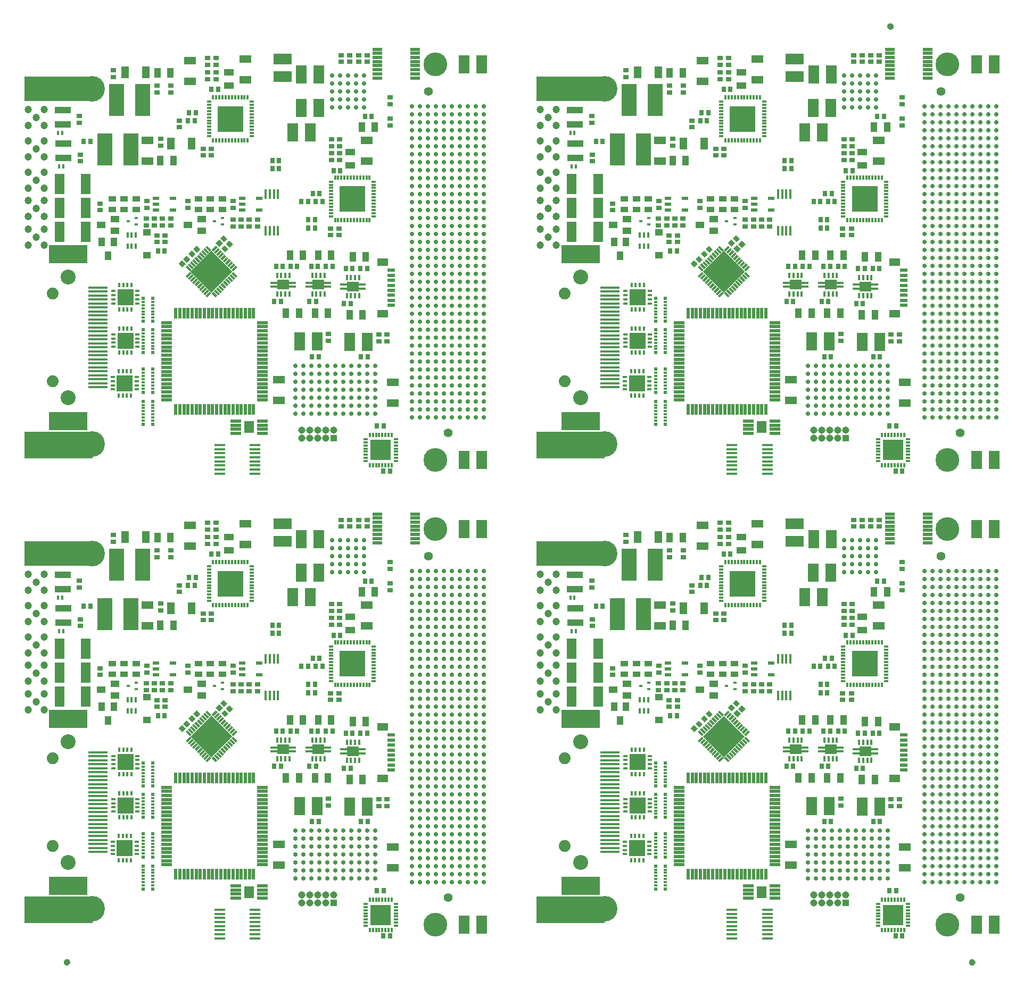
<source format=gbr>
G04 EAGLE Gerber RS-274X export*
G75*
%MOMM*%
%FSLAX34Y34*%
%LPD*%
%INSoldermask Top*%
%IPPOS*%
%AMOC8*
5,1,8,0,0,1.08239X$1,22.5*%
G01*
%ADD10C,1.200000*%
%ADD11R,1.580000X3.280000*%
%ADD12R,1.146800X0.969000*%
%ADD13R,0.842000X0.765800*%
%ADD14R,0.583000X0.436000*%
%ADD15R,1.080000X0.630000*%
%ADD16R,1.299200X0.994400*%
%ADD17R,0.765800X0.842000*%
%ADD18R,0.428000X1.530000*%
%ADD19R,1.299200X1.959600*%
%ADD20R,2.620000X1.096000*%
%ADD21R,2.430000X5.180000*%
%ADD22R,1.045200X1.604000*%
%ADD23R,1.480000X1.080000*%
%ADD24R,1.080000X1.480000*%
%ADD25R,1.959600X1.299200*%
%ADD26C,0.715000*%
%ADD27R,1.731000X2.874000*%
%ADD28R,0.430000X0.680000*%
%ADD29C,4.080000*%
%ADD30R,10.800000X4.250000*%
%ADD31R,10.800000X4.000000*%
%ADD32C,1.880000*%
%ADD33C,2.380000*%
%ADD34R,6.080000X2.880000*%
%ADD35R,3.080000X0.415000*%
%ADD36R,1.741200X0.511800*%
%ADD37R,0.511800X1.741200*%
%ADD38R,0.430000X0.930000*%
%ADD39C,0.710000*%
%ADD40R,0.580000X0.330000*%
%ADD41R,0.580000X0.505000*%
%ADD42R,1.830000X1.580000*%
%ADD43R,1.285000X0.360000*%
%ADD44R,0.380000X0.934800*%
%ADD45R,4.680000X4.680000*%
%ADD46C,3.788400*%
%ADD47C,1.400800*%
%ADD48R,1.555000X0.530000*%
%ADD49R,3.180000X3.180000*%
%ADD50R,0.680000X0.330000*%
%ADD51R,0.330000X0.680000*%
%ADD52R,1.680000X0.380000*%
%ADD53R,1.680000X0.480000*%
%ADD54R,1.650000X1.970000*%
%ADD55R,2.580000X2.580000*%
%ADD56R,0.765800X0.410000*%
%ADD57R,0.410000X0.765800*%
%ADD58R,2.874000X1.731000*%
%ADD59R,0.320000X0.680000*%
%ADD60R,4.180000X4.180000*%
%ADD61R,0.680000X0.320000*%
%ADD62R,1.604000X1.045200*%
%ADD63R,1.140000X1.140000*%
%ADD64C,1.140000*%
%ADD65R,1.180000X0.580000*%
%ADD66R,1.780000X1.280000*%
%ADD67C,0.500000*%


D10*
X-635000Y445000D03*
X-647700Y432300D03*
X-622300Y432300D03*
X-622300Y457700D03*
X-647700Y457700D03*
X-635000Y355000D03*
X-647700Y342300D03*
X-622300Y342300D03*
X-622300Y367700D03*
X-647700Y367700D03*
D11*
X-598000Y363000D03*
X-556000Y363000D03*
X-598000Y439000D03*
X-556000Y439000D03*
D12*
X-377000Y398364D03*
X-377000Y415636D03*
X-358000Y398364D03*
X-358000Y415636D03*
X-339000Y398364D03*
X-339000Y415636D03*
D13*
X-394000Y412334D03*
X-394000Y401666D03*
D14*
X-351505Y380000D03*
X-338495Y385080D03*
X-338495Y374920D03*
D13*
X-322000Y382334D03*
X-322000Y371666D03*
D15*
X-307500Y416500D03*
X-307500Y407000D03*
X-307500Y397500D03*
X-280500Y397500D03*
X-280500Y416500D03*
D13*
X-322000Y412334D03*
X-322000Y401666D03*
X-283000Y371666D03*
X-283000Y382334D03*
X-296000Y382334D03*
X-296000Y371666D03*
D10*
X-635000Y400000D03*
X-647700Y387300D03*
X-622300Y387300D03*
X-622300Y412700D03*
X-647700Y412700D03*
D11*
X-598000Y401000D03*
X-556000Y401000D03*
D12*
X-476000Y398364D03*
X-476000Y415636D03*
X-514000Y398364D03*
X-514000Y415636D03*
X-495000Y398364D03*
X-495000Y415636D03*
D13*
X-533000Y408334D03*
X-533000Y397666D03*
D14*
X-488505Y380000D03*
X-475495Y385080D03*
X-475495Y374920D03*
D13*
X-460000Y384334D03*
X-460000Y373666D03*
D15*
X-444500Y416500D03*
X-444500Y407000D03*
X-444500Y397500D03*
X-417500Y397500D03*
X-417500Y416500D03*
D13*
X-459000Y412334D03*
X-459000Y401666D03*
X-421000Y373666D03*
X-421000Y384334D03*
X-434000Y384334D03*
X-434000Y373666D03*
D16*
X-459000Y362000D03*
X-459000Y326000D03*
D13*
X-443000Y346666D03*
X-443000Y357334D03*
X-430000Y346666D03*
X-430000Y357334D03*
D17*
X-430666Y333000D03*
X-441334Y333000D03*
D18*
X-269730Y423500D03*
X-263230Y423500D03*
X-256730Y423500D03*
X-250230Y423500D03*
X-269730Y364500D03*
X-263230Y364500D03*
X-256730Y364500D03*
X-250230Y364500D03*
D10*
X-635000Y545000D03*
X-647700Y532300D03*
X-622300Y532300D03*
X-622300Y557700D03*
X-647700Y557700D03*
D13*
X-566000Y547334D03*
X-566000Y536666D03*
X-512000Y620334D03*
X-512000Y609666D03*
D19*
X-493510Y617000D03*
X-460490Y617000D03*
D17*
X-380947Y553005D03*
X-391615Y553005D03*
X-382947Y540005D03*
X-393615Y540005D03*
D13*
X-407000Y540334D03*
X-407000Y529666D03*
X-348598Y606263D03*
X-348598Y616931D03*
X-362108Y606263D03*
X-362108Y616931D03*
X-348598Y629123D03*
X-348598Y639791D03*
X-362108Y629123D03*
X-362108Y639791D03*
X-442732Y595847D03*
X-442732Y585179D03*
D20*
X-593000Y557430D03*
X-593000Y534570D03*
D21*
X-465250Y573000D03*
X-506750Y573000D03*
D22*
X-421318Y616263D03*
X-442146Y616263D03*
D23*
X-394000Y374000D03*
X-372000Y383500D03*
X-372000Y364500D03*
X-532000Y374000D03*
X-510000Y383500D03*
X-510000Y364500D03*
D24*
X-521000Y324750D03*
X-530500Y346750D03*
X-511500Y346750D03*
D25*
X-390263Y603008D03*
X-390263Y636028D03*
D13*
X-420513Y595852D03*
X-420513Y585184D03*
D26*
X-164387Y612132D03*
X-151687Y612132D03*
X-126287Y612132D03*
X-113587Y612132D03*
X-126287Y599432D03*
X-113587Y599432D03*
X-164387Y586732D03*
X-151687Y586732D03*
X-138987Y586732D03*
X-126287Y586732D03*
X-113587Y586732D03*
X-164387Y574032D03*
X-151687Y574032D03*
X-138987Y574032D03*
X-126287Y574032D03*
X-113587Y574032D03*
X-164387Y561332D03*
X-151687Y561332D03*
X-138987Y561332D03*
X-126287Y561332D03*
X-113587Y561332D03*
X-164387Y599432D03*
X-151687Y599432D03*
X-138987Y599432D03*
X-138987Y612132D03*
D22*
X-96073Y529982D03*
X-116901Y529982D03*
D13*
X-135987Y644566D03*
X-135987Y633898D03*
D17*
X-101153Y546482D03*
X-111821Y546482D03*
D13*
X-108487Y633898D03*
X-108487Y644566D03*
X-122237Y633898D03*
X-122237Y644566D03*
X-149737Y633898D03*
X-149737Y644566D03*
D27*
X-212970Y614000D03*
X-185030Y614000D03*
X-213457Y560232D03*
X-185517Y560232D03*
D13*
X-309000Y382334D03*
X-309000Y371666D03*
X-447000Y384334D03*
X-447000Y373666D03*
D28*
X-600250Y521000D03*
X-593750Y521000D03*
D29*
X-546000Y590500D03*
X-546000Y25000D03*
D30*
X-599500Y23750D03*
D31*
X-599500Y590500D03*
D32*
X-609000Y125000D03*
X-609000Y265000D03*
D33*
X-584000Y99000D03*
X-584000Y291000D03*
D34*
X-584000Y328000D03*
X-584000Y62000D03*
D35*
X-537000Y115625D03*
X-537000Y128325D03*
X-537000Y141025D03*
X-537000Y153725D03*
X-537000Y166425D03*
X-537000Y179125D03*
X-537000Y191825D03*
X-537000Y204525D03*
X-537000Y217225D03*
X-537000Y229925D03*
X-537000Y242625D03*
X-537000Y255325D03*
X-537000Y268025D03*
X-537000Y121975D03*
X-537000Y134675D03*
X-537000Y147375D03*
X-537000Y160075D03*
X-537000Y172775D03*
X-537000Y185475D03*
X-537000Y198175D03*
X-537000Y210875D03*
X-537000Y223575D03*
X-537000Y236275D03*
X-537000Y248975D03*
X-537000Y261675D03*
X-537000Y274375D03*
D36*
X-427250Y218750D03*
X-427250Y212250D03*
X-427250Y205750D03*
X-427250Y199250D03*
X-427250Y192750D03*
X-427250Y186250D03*
X-427250Y179750D03*
X-427250Y173250D03*
X-427250Y166750D03*
X-427250Y160250D03*
X-427250Y153750D03*
X-427250Y147250D03*
X-427250Y140750D03*
X-427250Y134250D03*
X-427250Y127750D03*
X-427250Y121250D03*
X-427250Y114750D03*
X-427250Y108250D03*
X-427250Y101750D03*
X-427250Y95250D03*
D37*
X-412750Y80750D03*
X-406250Y80750D03*
X-399750Y80750D03*
X-393250Y80750D03*
X-386750Y80750D03*
X-380250Y80750D03*
X-373750Y80750D03*
X-367250Y80750D03*
X-360750Y80750D03*
X-354250Y80750D03*
X-347750Y80750D03*
X-341250Y80750D03*
X-334750Y80750D03*
X-328250Y80750D03*
X-321750Y80750D03*
X-315250Y80750D03*
X-308750Y80750D03*
X-302250Y80750D03*
X-295750Y80750D03*
X-289250Y80750D03*
D36*
X-274750Y95250D03*
X-274750Y101750D03*
X-274750Y108250D03*
X-274750Y114750D03*
X-274750Y121250D03*
X-274750Y127750D03*
X-274750Y134250D03*
X-274750Y140750D03*
X-274750Y147250D03*
X-274750Y153750D03*
X-274750Y160250D03*
X-274750Y166750D03*
X-274750Y173250D03*
X-274750Y179750D03*
X-274750Y186250D03*
X-274750Y192750D03*
X-274750Y199250D03*
X-274750Y205750D03*
X-274750Y212250D03*
X-274750Y218750D03*
D37*
X-289250Y233250D03*
X-295750Y233250D03*
X-302250Y233250D03*
X-308750Y233250D03*
X-315250Y233250D03*
X-321750Y233250D03*
X-328250Y233250D03*
X-334750Y233250D03*
X-341250Y233250D03*
X-347750Y233250D03*
X-354250Y233250D03*
X-360750Y233250D03*
X-367250Y233250D03*
X-373750Y233250D03*
X-380250Y233250D03*
X-386750Y233250D03*
X-393250Y233250D03*
X-399750Y233250D03*
X-406250Y233250D03*
X-412750Y233250D03*
D38*
X-483000Y358000D03*
X-476500Y358000D03*
X-489500Y358000D03*
X-483000Y340000D03*
X-476500Y340000D03*
X-489500Y340000D03*
D39*
X-95500Y150100D03*
X-95500Y137400D03*
X-95500Y124700D03*
X-95500Y112000D03*
X-95500Y99300D03*
X-95500Y86600D03*
X-95500Y73900D03*
X-108200Y150100D03*
X-120900Y150100D03*
X-133600Y150100D03*
X-146300Y150100D03*
X-159000Y150100D03*
X-171700Y150100D03*
X-197100Y150100D03*
X-209800Y150100D03*
X-222500Y150100D03*
X-108200Y137400D03*
X-120900Y137400D03*
X-133600Y137400D03*
X-146300Y137400D03*
X-159000Y137400D03*
X-171700Y137400D03*
X-197100Y137400D03*
X-209800Y137400D03*
X-222500Y137400D03*
X-108200Y124700D03*
X-120900Y124700D03*
X-133600Y124700D03*
X-146300Y124700D03*
X-159000Y124700D03*
X-171700Y124700D03*
X-197100Y124700D03*
X-209800Y124700D03*
X-222500Y124700D03*
X-108200Y112000D03*
X-120900Y112000D03*
X-133600Y112000D03*
X-146300Y112000D03*
X-159000Y112000D03*
X-171700Y112000D03*
X-108200Y99300D03*
X-120900Y99300D03*
X-133600Y99300D03*
X-146300Y99300D03*
X-159000Y99300D03*
X-171700Y99300D03*
X-184400Y99300D03*
X-197100Y99300D03*
X-209800Y99300D03*
X-222500Y99300D03*
X-108200Y86600D03*
X-120900Y86600D03*
X-133600Y86600D03*
X-146300Y86600D03*
X-159000Y86600D03*
X-171700Y86600D03*
X-184400Y86600D03*
X-197100Y86600D03*
X-209800Y86600D03*
X-222500Y86600D03*
X-108200Y73900D03*
X-120900Y73900D03*
X-133600Y73900D03*
X-146300Y73900D03*
X-159000Y73900D03*
X-171700Y73900D03*
X-184400Y150100D03*
X-184400Y137400D03*
X-184400Y124700D03*
X-184400Y112000D03*
X-184400Y73900D03*
X-197100Y112000D03*
X-209800Y112000D03*
X-222500Y112000D03*
X-222500Y73900D03*
X-209800Y73900D03*
X-197100Y73900D03*
D27*
X-135970Y188000D03*
X-108030Y188000D03*
X-188030Y189000D03*
X-215970Y189000D03*
D17*
X-107666Y164000D03*
X-118334Y164000D03*
X-185666Y164000D03*
X-196334Y164000D03*
D25*
X-68000Y90490D03*
X-68000Y123510D03*
X-249000Y94490D03*
X-249000Y127510D03*
D13*
X-356000Y495334D03*
X-356000Y484666D03*
X-369000Y495334D03*
X-369000Y484666D03*
X-72000Y543334D03*
X-72000Y532666D03*
X-77000Y199334D03*
X-77000Y188666D03*
D22*
X-136414Y231000D03*
X-115586Y231000D03*
D17*
X-134666Y249000D03*
X-145334Y249000D03*
X-119334Y305000D03*
X-108666Y305000D03*
X-142334Y305000D03*
X-131666Y305000D03*
D22*
X-131414Y323000D03*
X-110586Y323000D03*
D13*
X-90000Y199334D03*
X-90000Y188666D03*
X-170000Y200334D03*
X-170000Y189666D03*
D40*
X-449500Y72500D03*
X-449500Y67500D03*
X-449500Y62500D03*
D41*
X-449500Y56625D03*
D40*
X-449500Y87500D03*
X-449500Y82500D03*
X-449500Y77500D03*
D41*
X-449500Y93375D03*
D40*
X-464500Y77500D03*
X-464500Y82500D03*
X-464500Y87500D03*
D41*
X-464500Y93375D03*
D40*
X-464500Y62500D03*
X-464500Y67500D03*
X-464500Y72500D03*
D41*
X-464500Y56625D03*
D40*
X-449500Y123500D03*
X-449500Y118500D03*
X-449500Y113500D03*
D41*
X-449500Y107625D03*
D40*
X-449500Y138500D03*
X-449500Y133500D03*
X-449500Y128500D03*
D41*
X-449500Y144375D03*
D40*
X-464500Y128500D03*
X-464500Y133500D03*
X-464500Y138500D03*
D41*
X-464500Y144375D03*
D40*
X-464500Y113500D03*
X-464500Y118500D03*
X-464500Y123500D03*
D41*
X-464500Y107625D03*
D40*
X-449500Y236500D03*
X-449500Y231500D03*
X-449500Y226500D03*
D41*
X-449500Y220625D03*
D40*
X-449500Y251500D03*
X-449500Y246500D03*
X-449500Y241500D03*
D41*
X-449500Y257375D03*
D40*
X-464500Y241500D03*
X-464500Y246500D03*
X-464500Y251500D03*
D41*
X-464500Y257375D03*
D40*
X-464500Y226500D03*
X-464500Y231500D03*
X-464500Y236500D03*
D41*
X-464500Y220625D03*
D40*
X-449500Y186500D03*
X-449500Y181500D03*
X-449500Y176500D03*
D41*
X-449500Y170625D03*
D40*
X-449500Y201500D03*
X-449500Y196500D03*
X-449500Y191500D03*
D41*
X-449500Y207375D03*
D40*
X-464500Y191500D03*
X-464500Y196500D03*
X-464500Y201500D03*
D41*
X-464500Y207375D03*
D40*
X-464500Y176500D03*
X-464500Y181500D03*
X-464500Y186500D03*
D41*
X-464500Y170625D03*
D42*
X-131000Y276000D03*
D43*
X-145500Y272750D03*
X-145500Y279250D03*
X-116500Y279250D03*
X-116500Y272750D03*
D38*
X-121250Y290750D03*
X-127750Y290750D03*
X-134250Y290750D03*
X-140750Y290750D03*
X-140750Y261250D03*
X-134250Y261250D03*
X-127750Y261250D03*
X-121250Y261250D03*
D22*
X-191414Y234000D03*
X-170586Y234000D03*
D17*
X-189666Y252000D03*
X-200334Y252000D03*
X-174334Y308000D03*
X-163666Y308000D03*
X-197334Y308000D03*
X-186666Y308000D03*
D22*
X-186414Y326000D03*
X-165586Y326000D03*
D42*
X-186000Y279000D03*
D43*
X-200500Y275750D03*
X-200500Y282250D03*
X-171500Y282250D03*
X-171500Y275750D03*
D38*
X-176250Y293750D03*
X-182750Y293750D03*
X-189250Y293750D03*
X-195750Y293750D03*
X-195750Y264250D03*
X-189250Y264250D03*
X-182750Y264250D03*
X-176250Y264250D03*
D17*
G36*
X-338088Y344959D02*
X-343503Y339544D01*
X-349456Y345497D01*
X-344041Y350912D01*
X-338088Y344959D01*
G37*
G36*
X-330544Y352503D02*
X-335959Y347088D01*
X-341912Y353041D01*
X-336497Y358456D01*
X-330544Y352503D01*
G37*
D22*
X-216586Y234000D03*
X-237414Y234000D03*
D17*
X-245666Y252000D03*
X-256334Y252000D03*
X-230334Y308000D03*
X-219666Y308000D03*
X-253334Y308000D03*
X-242666Y308000D03*
D22*
X-210586Y326000D03*
X-231414Y326000D03*
D42*
X-242000Y279000D03*
D43*
X-256500Y275750D03*
X-256500Y282250D03*
X-227500Y282250D03*
X-227500Y275750D03*
D38*
X-232250Y293750D03*
X-238750Y293750D03*
X-245250Y293750D03*
X-251750Y293750D03*
X-251750Y264250D03*
X-245250Y264250D03*
X-238750Y264250D03*
X-232250Y264250D03*
D17*
G36*
X-329088Y335959D02*
X-334503Y330544D01*
X-340456Y336497D01*
X-335041Y341912D01*
X-329088Y335959D01*
G37*
G36*
X-321544Y343503D02*
X-326959Y338088D01*
X-332912Y344041D01*
X-327497Y349456D01*
X-321544Y343503D01*
G37*
G36*
X-384912Y336041D02*
X-379497Y341456D01*
X-373544Y335503D01*
X-378959Y330088D01*
X-384912Y336041D01*
G37*
G36*
X-392456Y328497D02*
X-387041Y333912D01*
X-381088Y327959D01*
X-386503Y322544D01*
X-392456Y328497D01*
G37*
G36*
X-397088Y311959D02*
X-402503Y306544D01*
X-408456Y312497D01*
X-403041Y317912D01*
X-397088Y311959D01*
G37*
G36*
X-389544Y319503D02*
X-394959Y314088D01*
X-400912Y320041D01*
X-395497Y325456D01*
X-389544Y319503D01*
G37*
D44*
G36*
X-346562Y261429D02*
X-349249Y258742D01*
X-355858Y265351D01*
X-353171Y268038D01*
X-346562Y261429D01*
G37*
G36*
X-343027Y264965D02*
X-345714Y262278D01*
X-352323Y268887D01*
X-349636Y271574D01*
X-343027Y264965D01*
G37*
G36*
X-339491Y268500D02*
X-342178Y265813D01*
X-348787Y272422D01*
X-346100Y275109D01*
X-339491Y268500D01*
G37*
G36*
X-335955Y272036D02*
X-338642Y269349D01*
X-345251Y275958D01*
X-342564Y278645D01*
X-335955Y272036D01*
G37*
G36*
X-332420Y275571D02*
X-335107Y272884D01*
X-341716Y279493D01*
X-339029Y282180D01*
X-332420Y275571D01*
G37*
G36*
X-328884Y279107D02*
X-331571Y276420D01*
X-338180Y283029D01*
X-335493Y285716D01*
X-328884Y279107D01*
G37*
G36*
X-325349Y282642D02*
X-328036Y279955D01*
X-334645Y286564D01*
X-331958Y289251D01*
X-325349Y282642D01*
G37*
G36*
X-321813Y286178D02*
X-324500Y283491D01*
X-331109Y290100D01*
X-328422Y292787D01*
X-321813Y286178D01*
G37*
G36*
X-318278Y289714D02*
X-320965Y287027D01*
X-327574Y293636D01*
X-324887Y296323D01*
X-318278Y289714D01*
G37*
G36*
X-314742Y293249D02*
X-317429Y290562D01*
X-324038Y297171D01*
X-321351Y299858D01*
X-314742Y293249D01*
G37*
G36*
X-321351Y300142D02*
X-324038Y302829D01*
X-317429Y309438D01*
X-314742Y306751D01*
X-321351Y300142D01*
G37*
G36*
X-324887Y303677D02*
X-327574Y306364D01*
X-320965Y312973D01*
X-318278Y310286D01*
X-324887Y303677D01*
G37*
G36*
X-328422Y307213D02*
X-331109Y309900D01*
X-324500Y316509D01*
X-321813Y313822D01*
X-328422Y307213D01*
G37*
G36*
X-331958Y310749D02*
X-334645Y313436D01*
X-328036Y320045D01*
X-325349Y317358D01*
X-331958Y310749D01*
G37*
G36*
X-335493Y314284D02*
X-338180Y316971D01*
X-331571Y323580D01*
X-328884Y320893D01*
X-335493Y314284D01*
G37*
G36*
X-339029Y317820D02*
X-341716Y320507D01*
X-335107Y327116D01*
X-332420Y324429D01*
X-339029Y317820D01*
G37*
G36*
X-342564Y321355D02*
X-345251Y324042D01*
X-338642Y330651D01*
X-335955Y327964D01*
X-342564Y321355D01*
G37*
G36*
X-346100Y324891D02*
X-348787Y327578D01*
X-342178Y334187D01*
X-339491Y331500D01*
X-346100Y324891D01*
G37*
G36*
X-349636Y328426D02*
X-352323Y331113D01*
X-345714Y337722D01*
X-343027Y335035D01*
X-349636Y328426D01*
G37*
G36*
X-353171Y331962D02*
X-355858Y334649D01*
X-349249Y341258D01*
X-346562Y338571D01*
X-353171Y331962D01*
G37*
G36*
X-356142Y334649D02*
X-358829Y331962D01*
X-365438Y338571D01*
X-362751Y341258D01*
X-356142Y334649D01*
G37*
G36*
X-359677Y331113D02*
X-362364Y328426D01*
X-368973Y335035D01*
X-366286Y337722D01*
X-359677Y331113D01*
G37*
G36*
X-363213Y327578D02*
X-365900Y324891D01*
X-372509Y331500D01*
X-369822Y334187D01*
X-363213Y327578D01*
G37*
G36*
X-366749Y324042D02*
X-369436Y321355D01*
X-376045Y327964D01*
X-373358Y330651D01*
X-366749Y324042D01*
G37*
G36*
X-370284Y320507D02*
X-372971Y317820D01*
X-379580Y324429D01*
X-376893Y327116D01*
X-370284Y320507D01*
G37*
G36*
X-373820Y316971D02*
X-376507Y314284D01*
X-383116Y320893D01*
X-380429Y323580D01*
X-373820Y316971D01*
G37*
G36*
X-377355Y313436D02*
X-380042Y310749D01*
X-386651Y317358D01*
X-383964Y320045D01*
X-377355Y313436D01*
G37*
G36*
X-380891Y309900D02*
X-383578Y307213D01*
X-390187Y313822D01*
X-387500Y316509D01*
X-380891Y309900D01*
G37*
G36*
X-384426Y306364D02*
X-387113Y303677D01*
X-393722Y310286D01*
X-391035Y312973D01*
X-384426Y306364D01*
G37*
G36*
X-387962Y302829D02*
X-390649Y300142D01*
X-397258Y306751D01*
X-394571Y309438D01*
X-387962Y302829D01*
G37*
G36*
X-394571Y290562D02*
X-397258Y293249D01*
X-390649Y299858D01*
X-387962Y297171D01*
X-394571Y290562D01*
G37*
G36*
X-391035Y287027D02*
X-393722Y289714D01*
X-387113Y296323D01*
X-384426Y293636D01*
X-391035Y287027D01*
G37*
G36*
X-387500Y283491D02*
X-390187Y286178D01*
X-383578Y292787D01*
X-380891Y290100D01*
X-387500Y283491D01*
G37*
G36*
X-383964Y279955D02*
X-386651Y282642D01*
X-380042Y289251D01*
X-377355Y286564D01*
X-383964Y279955D01*
G37*
G36*
X-380429Y276420D02*
X-383116Y279107D01*
X-376507Y285716D01*
X-373820Y283029D01*
X-380429Y276420D01*
G37*
G36*
X-376893Y272884D02*
X-379580Y275571D01*
X-372971Y282180D01*
X-370284Y279493D01*
X-376893Y272884D01*
G37*
G36*
X-373358Y269349D02*
X-376045Y272036D01*
X-369436Y278645D01*
X-366749Y275958D01*
X-373358Y269349D01*
G37*
G36*
X-369822Y265813D02*
X-372509Y268500D01*
X-365900Y275109D01*
X-363213Y272422D01*
X-369822Y265813D01*
G37*
G36*
X-366286Y262278D02*
X-368973Y264965D01*
X-362364Y271574D01*
X-359677Y268887D01*
X-366286Y262278D01*
G37*
G36*
X-362751Y258742D02*
X-365438Y261429D01*
X-358829Y268038D01*
X-356142Y265351D01*
X-362751Y258742D01*
G37*
D45*
G36*
X-356000Y333092D02*
X-322908Y300000D01*
X-356000Y266908D01*
X-389092Y300000D01*
X-356000Y333092D01*
G37*
D46*
X-320Y629960D03*
X-320Y40D03*
D26*
X-11750Y67350D03*
X950Y67350D03*
X39050Y67350D03*
X51750Y67350D03*
D47*
X20000Y43347D03*
X-10500Y586907D03*
D26*
X13650Y67350D03*
X26350Y67350D03*
X64450Y67350D03*
X77150Y67350D03*
X-24450Y67350D03*
X-37150Y67350D03*
X-11750Y80050D03*
X950Y80050D03*
X39050Y80050D03*
X51750Y80050D03*
X13650Y80050D03*
X26350Y80050D03*
X64450Y80050D03*
X77150Y80050D03*
X-24450Y80050D03*
X-37150Y80050D03*
X-11750Y92750D03*
X950Y92750D03*
X39050Y92750D03*
X51750Y92750D03*
X13650Y92750D03*
X26350Y92750D03*
X64450Y92750D03*
X77150Y92750D03*
X-24450Y92750D03*
X-37150Y92750D03*
X-11750Y105450D03*
X950Y105450D03*
X39050Y105450D03*
X51750Y105450D03*
X13650Y105450D03*
X26350Y105450D03*
X64450Y105450D03*
X77150Y105450D03*
X-24450Y105450D03*
X-37150Y105450D03*
X-11750Y118150D03*
X950Y118150D03*
X39050Y118150D03*
X51750Y118150D03*
X13650Y118150D03*
X26350Y118150D03*
X64450Y118150D03*
X77150Y118150D03*
X-24450Y118150D03*
X-37150Y118150D03*
X-11750Y130850D03*
X950Y130850D03*
X39050Y130850D03*
X51750Y130850D03*
X13650Y130850D03*
X26350Y130850D03*
X64450Y130850D03*
X77150Y130850D03*
X-24450Y130850D03*
X-37150Y130850D03*
X-11750Y143550D03*
X950Y143550D03*
X39050Y143550D03*
X51750Y143550D03*
X13650Y143550D03*
X26350Y143550D03*
X64450Y143550D03*
X77150Y143550D03*
X-24450Y143550D03*
X-37150Y143550D03*
X-11750Y156250D03*
X950Y156250D03*
X39050Y156250D03*
X51750Y156250D03*
X13650Y156250D03*
X26350Y156250D03*
X64450Y156250D03*
X77150Y156250D03*
X-24450Y156250D03*
X-37150Y156250D03*
X-11750Y168950D03*
X950Y168950D03*
X39050Y168950D03*
X51750Y168950D03*
X13650Y168950D03*
X26350Y168950D03*
X64450Y168950D03*
X77150Y168950D03*
X-24450Y168950D03*
X-37150Y168950D03*
X-11750Y181650D03*
X950Y181650D03*
X39050Y181650D03*
X51750Y181650D03*
X13650Y181650D03*
X26350Y181650D03*
X64450Y181650D03*
X77150Y181650D03*
X-24450Y181650D03*
X-37150Y181650D03*
X-11750Y194350D03*
X950Y194350D03*
X39050Y194350D03*
X51750Y194350D03*
X13650Y194350D03*
X26350Y194350D03*
X64450Y194350D03*
X77150Y194350D03*
X-24450Y194350D03*
X-37150Y194350D03*
X-11750Y207050D03*
X950Y207050D03*
X39050Y207050D03*
X51750Y207050D03*
X13650Y207050D03*
X26350Y207050D03*
X64450Y207050D03*
X77150Y207050D03*
X-24450Y207050D03*
X-37150Y207050D03*
X-11750Y219750D03*
X950Y219750D03*
X39050Y219750D03*
X51750Y219750D03*
X13650Y219750D03*
X26350Y219750D03*
X64450Y219750D03*
X77150Y219750D03*
X-24450Y219750D03*
X-37150Y219750D03*
X-11750Y232450D03*
X950Y232450D03*
X39050Y232450D03*
X51750Y232450D03*
X13650Y232450D03*
X26350Y232450D03*
X64450Y232450D03*
X77150Y232450D03*
X-24450Y232450D03*
X-37150Y232450D03*
X-11750Y245150D03*
X950Y245150D03*
X39050Y245150D03*
X51750Y245150D03*
X13650Y245150D03*
X26350Y245150D03*
X64450Y245150D03*
X77150Y245150D03*
X-24450Y245150D03*
X-37150Y245150D03*
X-11750Y257850D03*
X950Y257850D03*
X39050Y257850D03*
X51750Y257850D03*
X13650Y257850D03*
X26350Y257850D03*
X64450Y257850D03*
X77150Y257850D03*
X-24450Y257850D03*
X-37150Y257850D03*
X-11750Y270550D03*
X950Y270550D03*
X39050Y270550D03*
X51750Y270550D03*
X13650Y270550D03*
X26350Y270550D03*
X64450Y270550D03*
X77150Y270550D03*
X-24450Y270550D03*
X-37150Y270550D03*
X-11750Y283250D03*
X950Y283250D03*
X39050Y283250D03*
X51750Y283250D03*
X13650Y283250D03*
X26350Y283250D03*
X64450Y283250D03*
X77150Y283250D03*
X-24450Y283250D03*
X-37150Y283250D03*
X-11750Y295950D03*
X950Y295950D03*
X39050Y295950D03*
X51750Y295950D03*
X13650Y295950D03*
X26350Y295950D03*
X64450Y295950D03*
X77150Y295950D03*
X-24450Y295950D03*
X-37150Y295950D03*
X-11750Y308650D03*
X950Y308650D03*
X39050Y308650D03*
X51750Y308650D03*
X13650Y308650D03*
X26350Y308650D03*
X64450Y308650D03*
X77150Y308650D03*
X-24450Y308650D03*
X-37150Y308650D03*
X-11750Y321350D03*
X950Y321350D03*
X39050Y321350D03*
X51750Y321350D03*
X13650Y321350D03*
X26350Y321350D03*
X64450Y321350D03*
X77150Y321350D03*
X-24450Y321350D03*
X-37150Y321350D03*
X-11750Y334050D03*
X950Y334050D03*
X39050Y334050D03*
X51750Y334050D03*
X13650Y334050D03*
X26350Y334050D03*
X64450Y334050D03*
X77150Y334050D03*
X-24450Y334050D03*
X-37150Y334050D03*
X-11750Y346750D03*
X950Y346750D03*
X39050Y346750D03*
X51750Y346750D03*
X13650Y346750D03*
X26350Y346750D03*
X64450Y346750D03*
X77150Y346750D03*
X-24450Y346750D03*
X-37150Y346750D03*
X-11750Y359450D03*
X950Y359450D03*
X39050Y359450D03*
X51750Y359450D03*
X13650Y359450D03*
X26350Y359450D03*
X64450Y359450D03*
X77150Y359450D03*
X-24450Y359450D03*
X-37150Y359450D03*
X-11750Y372150D03*
X950Y372150D03*
X39050Y372150D03*
X51750Y372150D03*
X13650Y372150D03*
X26350Y372150D03*
X64450Y372150D03*
X77150Y372150D03*
X-24450Y372150D03*
X-37150Y372150D03*
X-11750Y384850D03*
X950Y384850D03*
X39050Y384850D03*
X51750Y384850D03*
X13650Y384850D03*
X26350Y384850D03*
X64450Y384850D03*
X77150Y384850D03*
X-24450Y384850D03*
X-37150Y384850D03*
X-11750Y397550D03*
X950Y397550D03*
X39050Y397550D03*
X51750Y397550D03*
X13650Y397550D03*
X26350Y397550D03*
X64450Y397550D03*
X77150Y397550D03*
X-24450Y397550D03*
X-37150Y397550D03*
X-11750Y410250D03*
X950Y410250D03*
X39050Y410250D03*
X51750Y410250D03*
X13650Y410250D03*
X26350Y410250D03*
X64450Y410250D03*
X77150Y410250D03*
X-24450Y410250D03*
X-37150Y410250D03*
X-11750Y422950D03*
X950Y422950D03*
X39050Y422950D03*
X51750Y422950D03*
X13650Y422950D03*
X26350Y422950D03*
X64450Y422950D03*
X77150Y422950D03*
X-24450Y422950D03*
X-37150Y422950D03*
X-11750Y435650D03*
X950Y435650D03*
X39050Y435650D03*
X51750Y435650D03*
X13650Y435650D03*
X26350Y435650D03*
X64450Y435650D03*
X77150Y435650D03*
X-24450Y435650D03*
X-37150Y435650D03*
X-11750Y448350D03*
X950Y448350D03*
X39050Y448350D03*
X51750Y448350D03*
X13650Y448350D03*
X26350Y448350D03*
X64450Y448350D03*
X77150Y448350D03*
X-24450Y448350D03*
X-37150Y448350D03*
X-11750Y461050D03*
X950Y461050D03*
X39050Y461050D03*
X51750Y461050D03*
X13650Y461050D03*
X26350Y461050D03*
X64450Y461050D03*
X77150Y461050D03*
X-24450Y461050D03*
X-37150Y461050D03*
X-11750Y473750D03*
X950Y473750D03*
X39050Y473750D03*
X51750Y473750D03*
X13650Y473750D03*
X26350Y473750D03*
X64450Y473750D03*
X77150Y473750D03*
X-24450Y473750D03*
X-37150Y473750D03*
X-11750Y486450D03*
X950Y486450D03*
X39050Y486450D03*
X51750Y486450D03*
X13650Y486450D03*
X26350Y486450D03*
X64450Y486450D03*
X77150Y486450D03*
X-24450Y486450D03*
X-37150Y486450D03*
X-11750Y499150D03*
X950Y499150D03*
X39050Y499150D03*
X51750Y499150D03*
X13650Y499150D03*
X26350Y499150D03*
X64450Y499150D03*
X77150Y499150D03*
X-24450Y499150D03*
X-37150Y499150D03*
X-11750Y511850D03*
X950Y511850D03*
X39050Y511850D03*
X51750Y511850D03*
X13650Y511850D03*
X26350Y511850D03*
X64450Y511850D03*
X77150Y511850D03*
X-24450Y511850D03*
X-37150Y511850D03*
X-11750Y524550D03*
X950Y524550D03*
X39050Y524550D03*
X51750Y524550D03*
X13650Y524550D03*
X26350Y524550D03*
X64450Y524550D03*
X77150Y524550D03*
X-24450Y524550D03*
X-37150Y524550D03*
X-11750Y537250D03*
X950Y537250D03*
X39050Y537250D03*
X51750Y537250D03*
X13650Y537250D03*
X26350Y537250D03*
X64450Y537250D03*
X77150Y537250D03*
X-24450Y537250D03*
X-37150Y537250D03*
X-11750Y549950D03*
X950Y549950D03*
X39050Y549950D03*
X51750Y549950D03*
X13650Y549950D03*
X26350Y549950D03*
X64450Y549950D03*
X77150Y549950D03*
X-24450Y549950D03*
X-37150Y549950D03*
X-11750Y562650D03*
X950Y562650D03*
X39050Y562650D03*
X51750Y562650D03*
X13650Y562650D03*
X26350Y562650D03*
X64450Y562650D03*
X77150Y562650D03*
X-24450Y562650D03*
X-37150Y562650D03*
D48*
X-32000Y653750D03*
X-32000Y647250D03*
X-32000Y640750D03*
X-32000Y634250D03*
X-32000Y627750D03*
X-32000Y621250D03*
X-32000Y614750D03*
X-32000Y608250D03*
X-92000Y653750D03*
X-92000Y647250D03*
X-92000Y640750D03*
X-92000Y634250D03*
X-92000Y627750D03*
X-92000Y621250D03*
X-92000Y614750D03*
X-92000Y608250D03*
D13*
X-72000Y566666D03*
X-72000Y577334D03*
D10*
X-635000Y495000D03*
X-647700Y482300D03*
X-622300Y482300D03*
X-622300Y507700D03*
X-647700Y507700D03*
D13*
X-565000Y486334D03*
X-565000Y475666D03*
D17*
X-548666Y507000D03*
X-559334Y507000D03*
D25*
X-458000Y475490D03*
X-458000Y508510D03*
D17*
X-184166Y424000D03*
X-194834Y424000D03*
X-179666Y411000D03*
X-190334Y411000D03*
X-202666Y411000D03*
X-213334Y411000D03*
D13*
X-152000Y477666D03*
X-152000Y488334D03*
X-165000Y477666D03*
X-165000Y488334D03*
X-152000Y499666D03*
X-152000Y510334D03*
X-165000Y499666D03*
X-165000Y510334D03*
X-437000Y500666D03*
X-437000Y511334D03*
D20*
X-592000Y503430D03*
X-592000Y480570D03*
D21*
X-484250Y494000D03*
X-525750Y494000D03*
D22*
X-416586Y477000D03*
X-437414Y477000D03*
D19*
X-420510Y504000D03*
X-387490Y504000D03*
D28*
X-598250Y467000D03*
X-591750Y467000D03*
D13*
X-153000Y368334D03*
X-153000Y357666D03*
X-167000Y368334D03*
X-167000Y357666D03*
D49*
X-86800Y15600D03*
D50*
X-62800Y-1900D03*
X-62800Y3100D03*
X-62800Y8100D03*
X-62800Y13100D03*
X-62800Y18100D03*
X-62800Y23100D03*
X-62800Y28100D03*
X-62800Y33100D03*
D51*
X-69300Y39600D03*
X-74300Y39600D03*
X-79300Y39600D03*
X-84300Y39600D03*
X-89300Y39600D03*
X-94300Y39600D03*
X-99300Y39600D03*
X-104300Y39600D03*
D50*
X-110800Y33100D03*
X-110800Y28100D03*
X-110800Y23100D03*
X-110800Y18100D03*
X-110800Y13100D03*
X-110800Y8100D03*
X-110800Y3100D03*
X-110800Y-1900D03*
D51*
X-104300Y-8400D03*
X-99300Y-8400D03*
X-94300Y-8400D03*
X-89300Y-8400D03*
X-84300Y-8400D03*
X-79300Y-8400D03*
X-74300Y-8400D03*
X-69300Y-8400D03*
D17*
X-72166Y-18200D03*
X-82834Y-18200D03*
X-92734Y54200D03*
X-82066Y54200D03*
D52*
X-287000Y23750D03*
X-287000Y17250D03*
X-287000Y10750D03*
X-287000Y4250D03*
X-287000Y-2250D03*
X-287000Y-8750D03*
X-287000Y-15250D03*
X-287000Y-21750D03*
X-343000Y23750D03*
X-343000Y17250D03*
X-343000Y10750D03*
X-343000Y4250D03*
X-343000Y-2250D03*
X-343000Y-8750D03*
X-343000Y-15250D03*
X-343000Y-21750D03*
D53*
X-275000Y48750D03*
X-275000Y42250D03*
X-275000Y55250D03*
X-275000Y61750D03*
X-317000Y61750D03*
X-317000Y55250D03*
X-317000Y48750D03*
X-317000Y42250D03*
D54*
X-296000Y52000D03*
D55*
X-493000Y259000D03*
D56*
X-512254Y268750D03*
X-512254Y262250D03*
X-512254Y255750D03*
X-512254Y249250D03*
D57*
X-502750Y239746D03*
X-496250Y239746D03*
X-489750Y239746D03*
X-483250Y239746D03*
D56*
X-473746Y249250D03*
X-473746Y255750D03*
X-473746Y262250D03*
X-473746Y268750D03*
D57*
X-483250Y278254D03*
X-489750Y278254D03*
X-496250Y278254D03*
X-502750Y278254D03*
D55*
X-493000Y190000D03*
D56*
X-512254Y199750D03*
X-512254Y193250D03*
X-512254Y186750D03*
X-512254Y180250D03*
D57*
X-502750Y170746D03*
X-496250Y170746D03*
X-489750Y170746D03*
X-483250Y170746D03*
D56*
X-473746Y180250D03*
X-473746Y186750D03*
X-473746Y193250D03*
X-473746Y199750D03*
D57*
X-483250Y209254D03*
X-489750Y209254D03*
X-496250Y209254D03*
X-502750Y209254D03*
D55*
X-494000Y122000D03*
D56*
X-513254Y131750D03*
X-513254Y125250D03*
X-513254Y118750D03*
X-513254Y112250D03*
D57*
X-503750Y102746D03*
X-497250Y102746D03*
X-490750Y102746D03*
X-484250Y102746D03*
D56*
X-474746Y112250D03*
X-474746Y118750D03*
X-474746Y125250D03*
X-474746Y131750D03*
D57*
X-484250Y141254D03*
X-490750Y141254D03*
X-497250Y141254D03*
X-503750Y141254D03*
D17*
X-202334Y369000D03*
X-191666Y369000D03*
X-202334Y383000D03*
X-191666Y383000D03*
X-259334Y477000D03*
X-248666Y477000D03*
X-259334Y464000D03*
X-248666Y464000D03*
D27*
X-226970Y521500D03*
X-199030Y521500D03*
D58*
X-243000Y610030D03*
X-243000Y637970D03*
D59*
X-353500Y509000D03*
D60*
X-326000Y543000D03*
D59*
X-348500Y509000D03*
X-343500Y509000D03*
X-338500Y509000D03*
X-333500Y509000D03*
X-328500Y509000D03*
X-323500Y509000D03*
X-318500Y509000D03*
X-313500Y509000D03*
X-308500Y509000D03*
X-303500Y509000D03*
X-298500Y509000D03*
D61*
X-292000Y515500D03*
X-292000Y520500D03*
X-292000Y525500D03*
X-292000Y530500D03*
X-292000Y535500D03*
X-292000Y540500D03*
X-292000Y545500D03*
X-292000Y550500D03*
X-292000Y555500D03*
X-292000Y560500D03*
X-292000Y565500D03*
X-292000Y570500D03*
D59*
X-298500Y577000D03*
X-303500Y577000D03*
X-308500Y577000D03*
X-313500Y577000D03*
X-318500Y577000D03*
X-323500Y577000D03*
X-328500Y577000D03*
X-333500Y577000D03*
X-338500Y577000D03*
X-343500Y577000D03*
X-348500Y577000D03*
X-353500Y577000D03*
D61*
X-360000Y570500D03*
X-360000Y565500D03*
X-360000Y560500D03*
X-360000Y555500D03*
X-360000Y550500D03*
X-360000Y545500D03*
X-360000Y540500D03*
X-360000Y535500D03*
X-360000Y530500D03*
X-360000Y525500D03*
X-360000Y520500D03*
X-360000Y515500D03*
D17*
X-356334Y590000D03*
X-345666Y590000D03*
D25*
X-302500Y638510D03*
X-302500Y605490D03*
D62*
X-328000Y616914D03*
X-328000Y596086D03*
D59*
X-159500Y381500D03*
D60*
X-132000Y415500D03*
D59*
X-154500Y381500D03*
X-149500Y381500D03*
X-144500Y381500D03*
X-139500Y381500D03*
X-134500Y381500D03*
X-129500Y381500D03*
X-124500Y381500D03*
X-119500Y381500D03*
X-114500Y381500D03*
X-109500Y381500D03*
X-104500Y381500D03*
D61*
X-98000Y388000D03*
X-98000Y393000D03*
X-98000Y398000D03*
X-98000Y403000D03*
X-98000Y408000D03*
X-98000Y413000D03*
X-98000Y418000D03*
X-98000Y423000D03*
X-98000Y428000D03*
X-98000Y433000D03*
X-98000Y438000D03*
X-98000Y443000D03*
D59*
X-104500Y449500D03*
X-109500Y449500D03*
X-114500Y449500D03*
X-119500Y449500D03*
X-124500Y449500D03*
X-129500Y449500D03*
X-134500Y449500D03*
X-139500Y449500D03*
X-144500Y449500D03*
X-149500Y449500D03*
X-154500Y449500D03*
X-159500Y449500D03*
D61*
X-166000Y443000D03*
X-166000Y438000D03*
X-166000Y433000D03*
X-166000Y428000D03*
X-166000Y423000D03*
X-166000Y418000D03*
X-166000Y413000D03*
X-166000Y408000D03*
X-166000Y403000D03*
X-166000Y398000D03*
X-166000Y393000D03*
X-166000Y388000D03*
D17*
X-161834Y460400D03*
X-151166Y460400D03*
D25*
X-109500Y508510D03*
X-109500Y475490D03*
D62*
X-135500Y489914D03*
X-135500Y469086D03*
D27*
X73970Y630000D03*
X46030Y630000D03*
X73970Y0D03*
X46030Y0D03*
D63*
X-161925Y34925D03*
D64*
X-161925Y47625D03*
X-174625Y34925D03*
X-174625Y47625D03*
X-187325Y34925D03*
X-187325Y47625D03*
X-200025Y34925D03*
X-200025Y47625D03*
X-212725Y34925D03*
X-212725Y47625D03*
D65*
X-70000Y246000D03*
X-70000Y254000D03*
X-70000Y262000D03*
X-70000Y270000D03*
X-70000Y278000D03*
X-70000Y286000D03*
X-70000Y294000D03*
X-70000Y302000D03*
D66*
X-84000Y233000D03*
X-84000Y315000D03*
D10*
X180000Y445000D03*
X167300Y432300D03*
X192700Y432300D03*
X192700Y457700D03*
X167300Y457700D03*
X180000Y355000D03*
X167300Y342300D03*
X192700Y342300D03*
X192700Y367700D03*
X167300Y367700D03*
D11*
X217000Y363000D03*
X259000Y363000D03*
X217000Y439000D03*
X259000Y439000D03*
D12*
X438000Y398364D03*
X438000Y415636D03*
X457000Y398364D03*
X457000Y415636D03*
X476000Y398364D03*
X476000Y415636D03*
D13*
X421000Y412334D03*
X421000Y401666D03*
D14*
X463495Y380000D03*
X476505Y385080D03*
X476505Y374920D03*
D13*
X493000Y382334D03*
X493000Y371666D03*
D15*
X507500Y416500D03*
X507500Y407000D03*
X507500Y397500D03*
X534500Y397500D03*
X534500Y416500D03*
D13*
X493000Y412334D03*
X493000Y401666D03*
X532000Y371666D03*
X532000Y382334D03*
X519000Y382334D03*
X519000Y371666D03*
D10*
X180000Y400000D03*
X167300Y387300D03*
X192700Y387300D03*
X192700Y412700D03*
X167300Y412700D03*
D11*
X217000Y401000D03*
X259000Y401000D03*
D12*
X339000Y398364D03*
X339000Y415636D03*
X301000Y398364D03*
X301000Y415636D03*
X320000Y398364D03*
X320000Y415636D03*
D13*
X282000Y408334D03*
X282000Y397666D03*
D14*
X326495Y380000D03*
X339505Y385080D03*
X339505Y374920D03*
D13*
X355000Y384334D03*
X355000Y373666D03*
D15*
X370500Y416500D03*
X370500Y407000D03*
X370500Y397500D03*
X397500Y397500D03*
X397500Y416500D03*
D13*
X356000Y412334D03*
X356000Y401666D03*
X394000Y373666D03*
X394000Y384334D03*
X381000Y384334D03*
X381000Y373666D03*
D16*
X356000Y362000D03*
X356000Y326000D03*
D13*
X372000Y346666D03*
X372000Y357334D03*
X385000Y346666D03*
X385000Y357334D03*
D17*
X384334Y333000D03*
X373666Y333000D03*
D18*
X545270Y423500D03*
X551770Y423500D03*
X558270Y423500D03*
X564770Y423500D03*
X545270Y364500D03*
X551770Y364500D03*
X558270Y364500D03*
X564770Y364500D03*
D10*
X180000Y545000D03*
X167300Y532300D03*
X192700Y532300D03*
X192700Y557700D03*
X167300Y557700D03*
D13*
X249000Y547334D03*
X249000Y536666D03*
X303000Y620334D03*
X303000Y609666D03*
D19*
X321490Y617000D03*
X354510Y617000D03*
D17*
X434053Y553005D03*
X423385Y553005D03*
X432053Y540005D03*
X421385Y540005D03*
D13*
X408000Y540334D03*
X408000Y529666D03*
X466402Y606263D03*
X466402Y616931D03*
X452892Y606263D03*
X452892Y616931D03*
X466402Y629123D03*
X466402Y639791D03*
X452892Y629123D03*
X452892Y639791D03*
X372268Y595847D03*
X372268Y585179D03*
D20*
X222000Y557430D03*
X222000Y534570D03*
D21*
X349750Y573000D03*
X308250Y573000D03*
D22*
X393682Y616263D03*
X372854Y616263D03*
D23*
X421000Y374000D03*
X443000Y383500D03*
X443000Y364500D03*
X283000Y374000D03*
X305000Y383500D03*
X305000Y364500D03*
D24*
X294000Y324750D03*
X284500Y346750D03*
X303500Y346750D03*
D25*
X424737Y603008D03*
X424737Y636028D03*
D13*
X394487Y595852D03*
X394487Y585184D03*
D26*
X650613Y612132D03*
X663313Y612132D03*
X688713Y612132D03*
X701413Y612132D03*
X688713Y599432D03*
X701413Y599432D03*
X650613Y586732D03*
X663313Y586732D03*
X676013Y586732D03*
X688713Y586732D03*
X701413Y586732D03*
X650613Y574032D03*
X663313Y574032D03*
X676013Y574032D03*
X688713Y574032D03*
X701413Y574032D03*
X650613Y561332D03*
X663313Y561332D03*
X676013Y561332D03*
X688713Y561332D03*
X701413Y561332D03*
X650613Y599432D03*
X663313Y599432D03*
X676013Y599432D03*
X676013Y612132D03*
D22*
X718927Y529982D03*
X698099Y529982D03*
D13*
X679013Y644566D03*
X679013Y633898D03*
D17*
X713847Y546482D03*
X703179Y546482D03*
D13*
X706513Y633898D03*
X706513Y644566D03*
X692763Y633898D03*
X692763Y644566D03*
X665263Y633898D03*
X665263Y644566D03*
D27*
X602030Y614000D03*
X629970Y614000D03*
X601543Y560232D03*
X629483Y560232D03*
D13*
X506000Y382334D03*
X506000Y371666D03*
X368000Y384334D03*
X368000Y373666D03*
D28*
X214750Y521000D03*
X221250Y521000D03*
D29*
X269000Y590500D03*
X269000Y25000D03*
D30*
X215500Y23750D03*
D31*
X215500Y590500D03*
D32*
X206000Y125000D03*
X206000Y265000D03*
D33*
X231000Y99000D03*
X231000Y291000D03*
D34*
X231000Y328000D03*
X231000Y62000D03*
D35*
X278000Y115625D03*
X278000Y128325D03*
X278000Y141025D03*
X278000Y153725D03*
X278000Y166425D03*
X278000Y179125D03*
X278000Y191825D03*
X278000Y204525D03*
X278000Y217225D03*
X278000Y229925D03*
X278000Y242625D03*
X278000Y255325D03*
X278000Y268025D03*
X278000Y121975D03*
X278000Y134675D03*
X278000Y147375D03*
X278000Y160075D03*
X278000Y172775D03*
X278000Y185475D03*
X278000Y198175D03*
X278000Y210875D03*
X278000Y223575D03*
X278000Y236275D03*
X278000Y248975D03*
X278000Y261675D03*
X278000Y274375D03*
D36*
X387750Y218750D03*
X387750Y212250D03*
X387750Y205750D03*
X387750Y199250D03*
X387750Y192750D03*
X387750Y186250D03*
X387750Y179750D03*
X387750Y173250D03*
X387750Y166750D03*
X387750Y160250D03*
X387750Y153750D03*
X387750Y147250D03*
X387750Y140750D03*
X387750Y134250D03*
X387750Y127750D03*
X387750Y121250D03*
X387750Y114750D03*
X387750Y108250D03*
X387750Y101750D03*
X387750Y95250D03*
D37*
X402250Y80750D03*
X408750Y80750D03*
X415250Y80750D03*
X421750Y80750D03*
X428250Y80750D03*
X434750Y80750D03*
X441250Y80750D03*
X447750Y80750D03*
X454250Y80750D03*
X460750Y80750D03*
X467250Y80750D03*
X473750Y80750D03*
X480250Y80750D03*
X486750Y80750D03*
X493250Y80750D03*
X499750Y80750D03*
X506250Y80750D03*
X512750Y80750D03*
X519250Y80750D03*
X525750Y80750D03*
D36*
X540250Y95250D03*
X540250Y101750D03*
X540250Y108250D03*
X540250Y114750D03*
X540250Y121250D03*
X540250Y127750D03*
X540250Y134250D03*
X540250Y140750D03*
X540250Y147250D03*
X540250Y153750D03*
X540250Y160250D03*
X540250Y166750D03*
X540250Y173250D03*
X540250Y179750D03*
X540250Y186250D03*
X540250Y192750D03*
X540250Y199250D03*
X540250Y205750D03*
X540250Y212250D03*
X540250Y218750D03*
D37*
X525750Y233250D03*
X519250Y233250D03*
X512750Y233250D03*
X506250Y233250D03*
X499750Y233250D03*
X493250Y233250D03*
X486750Y233250D03*
X480250Y233250D03*
X473750Y233250D03*
X467250Y233250D03*
X460750Y233250D03*
X454250Y233250D03*
X447750Y233250D03*
X441250Y233250D03*
X434750Y233250D03*
X428250Y233250D03*
X421750Y233250D03*
X415250Y233250D03*
X408750Y233250D03*
X402250Y233250D03*
D38*
X332000Y358000D03*
X338500Y358000D03*
X325500Y358000D03*
X332000Y340000D03*
X338500Y340000D03*
X325500Y340000D03*
D39*
X719500Y150100D03*
X719500Y137400D03*
X719500Y124700D03*
X719500Y112000D03*
X719500Y99300D03*
X719500Y86600D03*
X719500Y73900D03*
X706800Y150100D03*
X694100Y150100D03*
X681400Y150100D03*
X668700Y150100D03*
X656000Y150100D03*
X643300Y150100D03*
X617900Y150100D03*
X605200Y150100D03*
X592500Y150100D03*
X706800Y137400D03*
X694100Y137400D03*
X681400Y137400D03*
X668700Y137400D03*
X656000Y137400D03*
X643300Y137400D03*
X617900Y137400D03*
X605200Y137400D03*
X592500Y137400D03*
X706800Y124700D03*
X694100Y124700D03*
X681400Y124700D03*
X668700Y124700D03*
X656000Y124700D03*
X643300Y124700D03*
X617900Y124700D03*
X605200Y124700D03*
X592500Y124700D03*
X706800Y112000D03*
X694100Y112000D03*
X681400Y112000D03*
X668700Y112000D03*
X656000Y112000D03*
X643300Y112000D03*
X706800Y99300D03*
X694100Y99300D03*
X681400Y99300D03*
X668700Y99300D03*
X656000Y99300D03*
X643300Y99300D03*
X630600Y99300D03*
X617900Y99300D03*
X605200Y99300D03*
X592500Y99300D03*
X706800Y86600D03*
X694100Y86600D03*
X681400Y86600D03*
X668700Y86600D03*
X656000Y86600D03*
X643300Y86600D03*
X630600Y86600D03*
X617900Y86600D03*
X605200Y86600D03*
X592500Y86600D03*
X706800Y73900D03*
X694100Y73900D03*
X681400Y73900D03*
X668700Y73900D03*
X656000Y73900D03*
X643300Y73900D03*
X630600Y150100D03*
X630600Y137400D03*
X630600Y124700D03*
X630600Y112000D03*
X630600Y73900D03*
X617900Y112000D03*
X605200Y112000D03*
X592500Y112000D03*
X592500Y73900D03*
X605200Y73900D03*
X617900Y73900D03*
D27*
X679030Y188000D03*
X706970Y188000D03*
X626970Y189000D03*
X599030Y189000D03*
D17*
X707334Y164000D03*
X696666Y164000D03*
X629334Y164000D03*
X618666Y164000D03*
D25*
X747000Y90490D03*
X747000Y123510D03*
X566000Y94490D03*
X566000Y127510D03*
D13*
X459000Y495334D03*
X459000Y484666D03*
X446000Y495334D03*
X446000Y484666D03*
X743000Y543334D03*
X743000Y532666D03*
X738000Y199334D03*
X738000Y188666D03*
D22*
X678586Y231000D03*
X699414Y231000D03*
D17*
X680334Y249000D03*
X669666Y249000D03*
X695666Y305000D03*
X706334Y305000D03*
X672666Y305000D03*
X683334Y305000D03*
D22*
X683586Y323000D03*
X704414Y323000D03*
D13*
X725000Y199334D03*
X725000Y188666D03*
X645000Y200334D03*
X645000Y189666D03*
D40*
X365500Y72500D03*
X365500Y67500D03*
X365500Y62500D03*
D41*
X365500Y56625D03*
D40*
X365500Y87500D03*
X365500Y82500D03*
X365500Y77500D03*
D41*
X365500Y93375D03*
D40*
X350500Y77500D03*
X350500Y82500D03*
X350500Y87500D03*
D41*
X350500Y93375D03*
D40*
X350500Y62500D03*
X350500Y67500D03*
X350500Y72500D03*
D41*
X350500Y56625D03*
D40*
X365500Y123500D03*
X365500Y118500D03*
X365500Y113500D03*
D41*
X365500Y107625D03*
D40*
X365500Y138500D03*
X365500Y133500D03*
X365500Y128500D03*
D41*
X365500Y144375D03*
D40*
X350500Y128500D03*
X350500Y133500D03*
X350500Y138500D03*
D41*
X350500Y144375D03*
D40*
X350500Y113500D03*
X350500Y118500D03*
X350500Y123500D03*
D41*
X350500Y107625D03*
D40*
X365500Y236500D03*
X365500Y231500D03*
X365500Y226500D03*
D41*
X365500Y220625D03*
D40*
X365500Y251500D03*
X365500Y246500D03*
X365500Y241500D03*
D41*
X365500Y257375D03*
D40*
X350500Y241500D03*
X350500Y246500D03*
X350500Y251500D03*
D41*
X350500Y257375D03*
D40*
X350500Y226500D03*
X350500Y231500D03*
X350500Y236500D03*
D41*
X350500Y220625D03*
D40*
X365500Y186500D03*
X365500Y181500D03*
X365500Y176500D03*
D41*
X365500Y170625D03*
D40*
X365500Y201500D03*
X365500Y196500D03*
X365500Y191500D03*
D41*
X365500Y207375D03*
D40*
X350500Y191500D03*
X350500Y196500D03*
X350500Y201500D03*
D41*
X350500Y207375D03*
D40*
X350500Y176500D03*
X350500Y181500D03*
X350500Y186500D03*
D41*
X350500Y170625D03*
D42*
X684000Y276000D03*
D43*
X669500Y272750D03*
X669500Y279250D03*
X698500Y279250D03*
X698500Y272750D03*
D38*
X693750Y290750D03*
X687250Y290750D03*
X680750Y290750D03*
X674250Y290750D03*
X674250Y261250D03*
X680750Y261250D03*
X687250Y261250D03*
X693750Y261250D03*
D22*
X623586Y234000D03*
X644414Y234000D03*
D17*
X625334Y252000D03*
X614666Y252000D03*
X640666Y308000D03*
X651334Y308000D03*
X617666Y308000D03*
X628334Y308000D03*
D22*
X628586Y326000D03*
X649414Y326000D03*
D42*
X629000Y279000D03*
D43*
X614500Y275750D03*
X614500Y282250D03*
X643500Y282250D03*
X643500Y275750D03*
D38*
X638750Y293750D03*
X632250Y293750D03*
X625750Y293750D03*
X619250Y293750D03*
X619250Y264250D03*
X625750Y264250D03*
X632250Y264250D03*
X638750Y264250D03*
D17*
G36*
X476912Y344959D02*
X471497Y339544D01*
X465544Y345497D01*
X470959Y350912D01*
X476912Y344959D01*
G37*
G36*
X484456Y352503D02*
X479041Y347088D01*
X473088Y353041D01*
X478503Y358456D01*
X484456Y352503D01*
G37*
D22*
X598414Y234000D03*
X577586Y234000D03*
D17*
X569334Y252000D03*
X558666Y252000D03*
X584666Y308000D03*
X595334Y308000D03*
X561666Y308000D03*
X572334Y308000D03*
D22*
X604414Y326000D03*
X583586Y326000D03*
D42*
X573000Y279000D03*
D43*
X558500Y275750D03*
X558500Y282250D03*
X587500Y282250D03*
X587500Y275750D03*
D38*
X582750Y293750D03*
X576250Y293750D03*
X569750Y293750D03*
X563250Y293750D03*
X563250Y264250D03*
X569750Y264250D03*
X576250Y264250D03*
X582750Y264250D03*
D17*
G36*
X485912Y335959D02*
X480497Y330544D01*
X474544Y336497D01*
X479959Y341912D01*
X485912Y335959D01*
G37*
G36*
X493456Y343503D02*
X488041Y338088D01*
X482088Y344041D01*
X487503Y349456D01*
X493456Y343503D01*
G37*
G36*
X430088Y336041D02*
X435503Y341456D01*
X441456Y335503D01*
X436041Y330088D01*
X430088Y336041D01*
G37*
G36*
X422544Y328497D02*
X427959Y333912D01*
X433912Y327959D01*
X428497Y322544D01*
X422544Y328497D01*
G37*
G36*
X417912Y311959D02*
X412497Y306544D01*
X406544Y312497D01*
X411959Y317912D01*
X417912Y311959D01*
G37*
G36*
X425456Y319503D02*
X420041Y314088D01*
X414088Y320041D01*
X419503Y325456D01*
X425456Y319503D01*
G37*
D44*
G36*
X468438Y261429D02*
X465751Y258742D01*
X459142Y265351D01*
X461829Y268038D01*
X468438Y261429D01*
G37*
G36*
X471973Y264965D02*
X469286Y262278D01*
X462677Y268887D01*
X465364Y271574D01*
X471973Y264965D01*
G37*
G36*
X475509Y268500D02*
X472822Y265813D01*
X466213Y272422D01*
X468900Y275109D01*
X475509Y268500D01*
G37*
G36*
X479045Y272036D02*
X476358Y269349D01*
X469749Y275958D01*
X472436Y278645D01*
X479045Y272036D01*
G37*
G36*
X482580Y275571D02*
X479893Y272884D01*
X473284Y279493D01*
X475971Y282180D01*
X482580Y275571D01*
G37*
G36*
X486116Y279107D02*
X483429Y276420D01*
X476820Y283029D01*
X479507Y285716D01*
X486116Y279107D01*
G37*
G36*
X489651Y282642D02*
X486964Y279955D01*
X480355Y286564D01*
X483042Y289251D01*
X489651Y282642D01*
G37*
G36*
X493187Y286178D02*
X490500Y283491D01*
X483891Y290100D01*
X486578Y292787D01*
X493187Y286178D01*
G37*
G36*
X496722Y289714D02*
X494035Y287027D01*
X487426Y293636D01*
X490113Y296323D01*
X496722Y289714D01*
G37*
G36*
X500258Y293249D02*
X497571Y290562D01*
X490962Y297171D01*
X493649Y299858D01*
X500258Y293249D01*
G37*
G36*
X493649Y300142D02*
X490962Y302829D01*
X497571Y309438D01*
X500258Y306751D01*
X493649Y300142D01*
G37*
G36*
X490113Y303677D02*
X487426Y306364D01*
X494035Y312973D01*
X496722Y310286D01*
X490113Y303677D01*
G37*
G36*
X486578Y307213D02*
X483891Y309900D01*
X490500Y316509D01*
X493187Y313822D01*
X486578Y307213D01*
G37*
G36*
X483042Y310749D02*
X480355Y313436D01*
X486964Y320045D01*
X489651Y317358D01*
X483042Y310749D01*
G37*
G36*
X479507Y314284D02*
X476820Y316971D01*
X483429Y323580D01*
X486116Y320893D01*
X479507Y314284D01*
G37*
G36*
X475971Y317820D02*
X473284Y320507D01*
X479893Y327116D01*
X482580Y324429D01*
X475971Y317820D01*
G37*
G36*
X472436Y321355D02*
X469749Y324042D01*
X476358Y330651D01*
X479045Y327964D01*
X472436Y321355D01*
G37*
G36*
X468900Y324891D02*
X466213Y327578D01*
X472822Y334187D01*
X475509Y331500D01*
X468900Y324891D01*
G37*
G36*
X465364Y328426D02*
X462677Y331113D01*
X469286Y337722D01*
X471973Y335035D01*
X465364Y328426D01*
G37*
G36*
X461829Y331962D02*
X459142Y334649D01*
X465751Y341258D01*
X468438Y338571D01*
X461829Y331962D01*
G37*
G36*
X458858Y334649D02*
X456171Y331962D01*
X449562Y338571D01*
X452249Y341258D01*
X458858Y334649D01*
G37*
G36*
X455323Y331113D02*
X452636Y328426D01*
X446027Y335035D01*
X448714Y337722D01*
X455323Y331113D01*
G37*
G36*
X451787Y327578D02*
X449100Y324891D01*
X442491Y331500D01*
X445178Y334187D01*
X451787Y327578D01*
G37*
G36*
X448251Y324042D02*
X445564Y321355D01*
X438955Y327964D01*
X441642Y330651D01*
X448251Y324042D01*
G37*
G36*
X444716Y320507D02*
X442029Y317820D01*
X435420Y324429D01*
X438107Y327116D01*
X444716Y320507D01*
G37*
G36*
X441180Y316971D02*
X438493Y314284D01*
X431884Y320893D01*
X434571Y323580D01*
X441180Y316971D01*
G37*
G36*
X437645Y313436D02*
X434958Y310749D01*
X428349Y317358D01*
X431036Y320045D01*
X437645Y313436D01*
G37*
G36*
X434109Y309900D02*
X431422Y307213D01*
X424813Y313822D01*
X427500Y316509D01*
X434109Y309900D01*
G37*
G36*
X430574Y306364D02*
X427887Y303677D01*
X421278Y310286D01*
X423965Y312973D01*
X430574Y306364D01*
G37*
G36*
X427038Y302829D02*
X424351Y300142D01*
X417742Y306751D01*
X420429Y309438D01*
X427038Y302829D01*
G37*
G36*
X420429Y290562D02*
X417742Y293249D01*
X424351Y299858D01*
X427038Y297171D01*
X420429Y290562D01*
G37*
G36*
X423965Y287027D02*
X421278Y289714D01*
X427887Y296323D01*
X430574Y293636D01*
X423965Y287027D01*
G37*
G36*
X427500Y283491D02*
X424813Y286178D01*
X431422Y292787D01*
X434109Y290100D01*
X427500Y283491D01*
G37*
G36*
X431036Y279955D02*
X428349Y282642D01*
X434958Y289251D01*
X437645Y286564D01*
X431036Y279955D01*
G37*
G36*
X434571Y276420D02*
X431884Y279107D01*
X438493Y285716D01*
X441180Y283029D01*
X434571Y276420D01*
G37*
G36*
X438107Y272884D02*
X435420Y275571D01*
X442029Y282180D01*
X444716Y279493D01*
X438107Y272884D01*
G37*
G36*
X441642Y269349D02*
X438955Y272036D01*
X445564Y278645D01*
X448251Y275958D01*
X441642Y269349D01*
G37*
G36*
X445178Y265813D02*
X442491Y268500D01*
X449100Y275109D01*
X451787Y272422D01*
X445178Y265813D01*
G37*
G36*
X448714Y262278D02*
X446027Y264965D01*
X452636Y271574D01*
X455323Y268887D01*
X448714Y262278D01*
G37*
G36*
X452249Y258742D02*
X449562Y261429D01*
X456171Y268038D01*
X458858Y265351D01*
X452249Y258742D01*
G37*
D45*
G36*
X459000Y333092D02*
X492092Y300000D01*
X459000Y266908D01*
X425908Y300000D01*
X459000Y333092D01*
G37*
D46*
X814680Y629960D03*
X814680Y40D03*
D26*
X803250Y67350D03*
X815950Y67350D03*
X854050Y67350D03*
X866750Y67350D03*
D47*
X835000Y43347D03*
X804500Y586907D03*
D26*
X828650Y67350D03*
X841350Y67350D03*
X879450Y67350D03*
X892150Y67350D03*
X790550Y67350D03*
X777850Y67350D03*
X803250Y80050D03*
X815950Y80050D03*
X854050Y80050D03*
X866750Y80050D03*
X828650Y80050D03*
X841350Y80050D03*
X879450Y80050D03*
X892150Y80050D03*
X790550Y80050D03*
X777850Y80050D03*
X803250Y92750D03*
X815950Y92750D03*
X854050Y92750D03*
X866750Y92750D03*
X828650Y92750D03*
X841350Y92750D03*
X879450Y92750D03*
X892150Y92750D03*
X790550Y92750D03*
X777850Y92750D03*
X803250Y105450D03*
X815950Y105450D03*
X854050Y105450D03*
X866750Y105450D03*
X828650Y105450D03*
X841350Y105450D03*
X879450Y105450D03*
X892150Y105450D03*
X790550Y105450D03*
X777850Y105450D03*
X803250Y118150D03*
X815950Y118150D03*
X854050Y118150D03*
X866750Y118150D03*
X828650Y118150D03*
X841350Y118150D03*
X879450Y118150D03*
X892150Y118150D03*
X790550Y118150D03*
X777850Y118150D03*
X803250Y130850D03*
X815950Y130850D03*
X854050Y130850D03*
X866750Y130850D03*
X828650Y130850D03*
X841350Y130850D03*
X879450Y130850D03*
X892150Y130850D03*
X790550Y130850D03*
X777850Y130850D03*
X803250Y143550D03*
X815950Y143550D03*
X854050Y143550D03*
X866750Y143550D03*
X828650Y143550D03*
X841350Y143550D03*
X879450Y143550D03*
X892150Y143550D03*
X790550Y143550D03*
X777850Y143550D03*
X803250Y156250D03*
X815950Y156250D03*
X854050Y156250D03*
X866750Y156250D03*
X828650Y156250D03*
X841350Y156250D03*
X879450Y156250D03*
X892150Y156250D03*
X790550Y156250D03*
X777850Y156250D03*
X803250Y168950D03*
X815950Y168950D03*
X854050Y168950D03*
X866750Y168950D03*
X828650Y168950D03*
X841350Y168950D03*
X879450Y168950D03*
X892150Y168950D03*
X790550Y168950D03*
X777850Y168950D03*
X803250Y181650D03*
X815950Y181650D03*
X854050Y181650D03*
X866750Y181650D03*
X828650Y181650D03*
X841350Y181650D03*
X879450Y181650D03*
X892150Y181650D03*
X790550Y181650D03*
X777850Y181650D03*
X803250Y194350D03*
X815950Y194350D03*
X854050Y194350D03*
X866750Y194350D03*
X828650Y194350D03*
X841350Y194350D03*
X879450Y194350D03*
X892150Y194350D03*
X790550Y194350D03*
X777850Y194350D03*
X803250Y207050D03*
X815950Y207050D03*
X854050Y207050D03*
X866750Y207050D03*
X828650Y207050D03*
X841350Y207050D03*
X879450Y207050D03*
X892150Y207050D03*
X790550Y207050D03*
X777850Y207050D03*
X803250Y219750D03*
X815950Y219750D03*
X854050Y219750D03*
X866750Y219750D03*
X828650Y219750D03*
X841350Y219750D03*
X879450Y219750D03*
X892150Y219750D03*
X790550Y219750D03*
X777850Y219750D03*
X803250Y232450D03*
X815950Y232450D03*
X854050Y232450D03*
X866750Y232450D03*
X828650Y232450D03*
X841350Y232450D03*
X879450Y232450D03*
X892150Y232450D03*
X790550Y232450D03*
X777850Y232450D03*
X803250Y245150D03*
X815950Y245150D03*
X854050Y245150D03*
X866750Y245150D03*
X828650Y245150D03*
X841350Y245150D03*
X879450Y245150D03*
X892150Y245150D03*
X790550Y245150D03*
X777850Y245150D03*
X803250Y257850D03*
X815950Y257850D03*
X854050Y257850D03*
X866750Y257850D03*
X828650Y257850D03*
X841350Y257850D03*
X879450Y257850D03*
X892150Y257850D03*
X790550Y257850D03*
X777850Y257850D03*
X803250Y270550D03*
X815950Y270550D03*
X854050Y270550D03*
X866750Y270550D03*
X828650Y270550D03*
X841350Y270550D03*
X879450Y270550D03*
X892150Y270550D03*
X790550Y270550D03*
X777850Y270550D03*
X803250Y283250D03*
X815950Y283250D03*
X854050Y283250D03*
X866750Y283250D03*
X828650Y283250D03*
X841350Y283250D03*
X879450Y283250D03*
X892150Y283250D03*
X790550Y283250D03*
X777850Y283250D03*
X803250Y295950D03*
X815950Y295950D03*
X854050Y295950D03*
X866750Y295950D03*
X828650Y295950D03*
X841350Y295950D03*
X879450Y295950D03*
X892150Y295950D03*
X790550Y295950D03*
X777850Y295950D03*
X803250Y308650D03*
X815950Y308650D03*
X854050Y308650D03*
X866750Y308650D03*
X828650Y308650D03*
X841350Y308650D03*
X879450Y308650D03*
X892150Y308650D03*
X790550Y308650D03*
X777850Y308650D03*
X803250Y321350D03*
X815950Y321350D03*
X854050Y321350D03*
X866750Y321350D03*
X828650Y321350D03*
X841350Y321350D03*
X879450Y321350D03*
X892150Y321350D03*
X790550Y321350D03*
X777850Y321350D03*
X803250Y334050D03*
X815950Y334050D03*
X854050Y334050D03*
X866750Y334050D03*
X828650Y334050D03*
X841350Y334050D03*
X879450Y334050D03*
X892150Y334050D03*
X790550Y334050D03*
X777850Y334050D03*
X803250Y346750D03*
X815950Y346750D03*
X854050Y346750D03*
X866750Y346750D03*
X828650Y346750D03*
X841350Y346750D03*
X879450Y346750D03*
X892150Y346750D03*
X790550Y346750D03*
X777850Y346750D03*
X803250Y359450D03*
X815950Y359450D03*
X854050Y359450D03*
X866750Y359450D03*
X828650Y359450D03*
X841350Y359450D03*
X879450Y359450D03*
X892150Y359450D03*
X790550Y359450D03*
X777850Y359450D03*
X803250Y372150D03*
X815950Y372150D03*
X854050Y372150D03*
X866750Y372150D03*
X828650Y372150D03*
X841350Y372150D03*
X879450Y372150D03*
X892150Y372150D03*
X790550Y372150D03*
X777850Y372150D03*
X803250Y384850D03*
X815950Y384850D03*
X854050Y384850D03*
X866750Y384850D03*
X828650Y384850D03*
X841350Y384850D03*
X879450Y384850D03*
X892150Y384850D03*
X790550Y384850D03*
X777850Y384850D03*
X803250Y397550D03*
X815950Y397550D03*
X854050Y397550D03*
X866750Y397550D03*
X828650Y397550D03*
X841350Y397550D03*
X879450Y397550D03*
X892150Y397550D03*
X790550Y397550D03*
X777850Y397550D03*
X803250Y410250D03*
X815950Y410250D03*
X854050Y410250D03*
X866750Y410250D03*
X828650Y410250D03*
X841350Y410250D03*
X879450Y410250D03*
X892150Y410250D03*
X790550Y410250D03*
X777850Y410250D03*
X803250Y422950D03*
X815950Y422950D03*
X854050Y422950D03*
X866750Y422950D03*
X828650Y422950D03*
X841350Y422950D03*
X879450Y422950D03*
X892150Y422950D03*
X790550Y422950D03*
X777850Y422950D03*
X803250Y435650D03*
X815950Y435650D03*
X854050Y435650D03*
X866750Y435650D03*
X828650Y435650D03*
X841350Y435650D03*
X879450Y435650D03*
X892150Y435650D03*
X790550Y435650D03*
X777850Y435650D03*
X803250Y448350D03*
X815950Y448350D03*
X854050Y448350D03*
X866750Y448350D03*
X828650Y448350D03*
X841350Y448350D03*
X879450Y448350D03*
X892150Y448350D03*
X790550Y448350D03*
X777850Y448350D03*
X803250Y461050D03*
X815950Y461050D03*
X854050Y461050D03*
X866750Y461050D03*
X828650Y461050D03*
X841350Y461050D03*
X879450Y461050D03*
X892150Y461050D03*
X790550Y461050D03*
X777850Y461050D03*
X803250Y473750D03*
X815950Y473750D03*
X854050Y473750D03*
X866750Y473750D03*
X828650Y473750D03*
X841350Y473750D03*
X879450Y473750D03*
X892150Y473750D03*
X790550Y473750D03*
X777850Y473750D03*
X803250Y486450D03*
X815950Y486450D03*
X854050Y486450D03*
X866750Y486450D03*
X828650Y486450D03*
X841350Y486450D03*
X879450Y486450D03*
X892150Y486450D03*
X790550Y486450D03*
X777850Y486450D03*
X803250Y499150D03*
X815950Y499150D03*
X854050Y499150D03*
X866750Y499150D03*
X828650Y499150D03*
X841350Y499150D03*
X879450Y499150D03*
X892150Y499150D03*
X790550Y499150D03*
X777850Y499150D03*
X803250Y511850D03*
X815950Y511850D03*
X854050Y511850D03*
X866750Y511850D03*
X828650Y511850D03*
X841350Y511850D03*
X879450Y511850D03*
X892150Y511850D03*
X790550Y511850D03*
X777850Y511850D03*
X803250Y524550D03*
X815950Y524550D03*
X854050Y524550D03*
X866750Y524550D03*
X828650Y524550D03*
X841350Y524550D03*
X879450Y524550D03*
X892150Y524550D03*
X790550Y524550D03*
X777850Y524550D03*
X803250Y537250D03*
X815950Y537250D03*
X854050Y537250D03*
X866750Y537250D03*
X828650Y537250D03*
X841350Y537250D03*
X879450Y537250D03*
X892150Y537250D03*
X790550Y537250D03*
X777850Y537250D03*
X803250Y549950D03*
X815950Y549950D03*
X854050Y549950D03*
X866750Y549950D03*
X828650Y549950D03*
X841350Y549950D03*
X879450Y549950D03*
X892150Y549950D03*
X790550Y549950D03*
X777850Y549950D03*
X803250Y562650D03*
X815950Y562650D03*
X854050Y562650D03*
X866750Y562650D03*
X828650Y562650D03*
X841350Y562650D03*
X879450Y562650D03*
X892150Y562650D03*
X790550Y562650D03*
X777850Y562650D03*
D48*
X783000Y653750D03*
X783000Y647250D03*
X783000Y640750D03*
X783000Y634250D03*
X783000Y627750D03*
X783000Y621250D03*
X783000Y614750D03*
X783000Y608250D03*
X723000Y653750D03*
X723000Y647250D03*
X723000Y640750D03*
X723000Y634250D03*
X723000Y627750D03*
X723000Y621250D03*
X723000Y614750D03*
X723000Y608250D03*
D13*
X743000Y566666D03*
X743000Y577334D03*
D10*
X180000Y495000D03*
X167300Y482300D03*
X192700Y482300D03*
X192700Y507700D03*
X167300Y507700D03*
D13*
X250000Y486334D03*
X250000Y475666D03*
D17*
X266334Y507000D03*
X255666Y507000D03*
D25*
X357000Y475490D03*
X357000Y508510D03*
D17*
X630834Y424000D03*
X620166Y424000D03*
X635334Y411000D03*
X624666Y411000D03*
X612334Y411000D03*
X601666Y411000D03*
D13*
X663000Y477666D03*
X663000Y488334D03*
X650000Y477666D03*
X650000Y488334D03*
X663000Y499666D03*
X663000Y510334D03*
X650000Y499666D03*
X650000Y510334D03*
X378000Y500666D03*
X378000Y511334D03*
D20*
X223000Y503430D03*
X223000Y480570D03*
D21*
X330750Y494000D03*
X289250Y494000D03*
D22*
X398414Y477000D03*
X377586Y477000D03*
D19*
X394490Y504000D03*
X427510Y504000D03*
D28*
X216750Y467000D03*
X223250Y467000D03*
D13*
X662000Y368334D03*
X662000Y357666D03*
X648000Y368334D03*
X648000Y357666D03*
D49*
X728200Y15600D03*
D50*
X752200Y-1900D03*
X752200Y3100D03*
X752200Y8100D03*
X752200Y13100D03*
X752200Y18100D03*
X752200Y23100D03*
X752200Y28100D03*
X752200Y33100D03*
D51*
X745700Y39600D03*
X740700Y39600D03*
X735700Y39600D03*
X730700Y39600D03*
X725700Y39600D03*
X720700Y39600D03*
X715700Y39600D03*
X710700Y39600D03*
D50*
X704200Y33100D03*
X704200Y28100D03*
X704200Y23100D03*
X704200Y18100D03*
X704200Y13100D03*
X704200Y8100D03*
X704200Y3100D03*
X704200Y-1900D03*
D51*
X710700Y-8400D03*
X715700Y-8400D03*
X720700Y-8400D03*
X725700Y-8400D03*
X730700Y-8400D03*
X735700Y-8400D03*
X740700Y-8400D03*
X745700Y-8400D03*
D17*
X742834Y-18200D03*
X732166Y-18200D03*
X722266Y54200D03*
X732934Y54200D03*
D52*
X528000Y23750D03*
X528000Y17250D03*
X528000Y10750D03*
X528000Y4250D03*
X528000Y-2250D03*
X528000Y-8750D03*
X528000Y-15250D03*
X528000Y-21750D03*
X472000Y23750D03*
X472000Y17250D03*
X472000Y10750D03*
X472000Y4250D03*
X472000Y-2250D03*
X472000Y-8750D03*
X472000Y-15250D03*
X472000Y-21750D03*
D53*
X540000Y48750D03*
X540000Y42250D03*
X540000Y55250D03*
X540000Y61750D03*
X498000Y61750D03*
X498000Y55250D03*
X498000Y48750D03*
X498000Y42250D03*
D54*
X519000Y52000D03*
D55*
X322000Y259000D03*
D56*
X302746Y268750D03*
X302746Y262250D03*
X302746Y255750D03*
X302746Y249250D03*
D57*
X312250Y239746D03*
X318750Y239746D03*
X325250Y239746D03*
X331750Y239746D03*
D56*
X341254Y249250D03*
X341254Y255750D03*
X341254Y262250D03*
X341254Y268750D03*
D57*
X331750Y278254D03*
X325250Y278254D03*
X318750Y278254D03*
X312250Y278254D03*
D55*
X322000Y190000D03*
D56*
X302746Y199750D03*
X302746Y193250D03*
X302746Y186750D03*
X302746Y180250D03*
D57*
X312250Y170746D03*
X318750Y170746D03*
X325250Y170746D03*
X331750Y170746D03*
D56*
X341254Y180250D03*
X341254Y186750D03*
X341254Y193250D03*
X341254Y199750D03*
D57*
X331750Y209254D03*
X325250Y209254D03*
X318750Y209254D03*
X312250Y209254D03*
D55*
X321000Y122000D03*
D56*
X301746Y131750D03*
X301746Y125250D03*
X301746Y118750D03*
X301746Y112250D03*
D57*
X311250Y102746D03*
X317750Y102746D03*
X324250Y102746D03*
X330750Y102746D03*
D56*
X340254Y112250D03*
X340254Y118750D03*
X340254Y125250D03*
X340254Y131750D03*
D57*
X330750Y141254D03*
X324250Y141254D03*
X317750Y141254D03*
X311250Y141254D03*
D17*
X612666Y369000D03*
X623334Y369000D03*
X612666Y383000D03*
X623334Y383000D03*
X555666Y477000D03*
X566334Y477000D03*
X555666Y464000D03*
X566334Y464000D03*
D27*
X588030Y521500D03*
X615970Y521500D03*
D58*
X572000Y610030D03*
X572000Y637970D03*
D59*
X461500Y509000D03*
D60*
X489000Y543000D03*
D59*
X466500Y509000D03*
X471500Y509000D03*
X476500Y509000D03*
X481500Y509000D03*
X486500Y509000D03*
X491500Y509000D03*
X496500Y509000D03*
X501500Y509000D03*
X506500Y509000D03*
X511500Y509000D03*
X516500Y509000D03*
D61*
X523000Y515500D03*
X523000Y520500D03*
X523000Y525500D03*
X523000Y530500D03*
X523000Y535500D03*
X523000Y540500D03*
X523000Y545500D03*
X523000Y550500D03*
X523000Y555500D03*
X523000Y560500D03*
X523000Y565500D03*
X523000Y570500D03*
D59*
X516500Y577000D03*
X511500Y577000D03*
X506500Y577000D03*
X501500Y577000D03*
X496500Y577000D03*
X491500Y577000D03*
X486500Y577000D03*
X481500Y577000D03*
X476500Y577000D03*
X471500Y577000D03*
X466500Y577000D03*
X461500Y577000D03*
D61*
X455000Y570500D03*
X455000Y565500D03*
X455000Y560500D03*
X455000Y555500D03*
X455000Y550500D03*
X455000Y545500D03*
X455000Y540500D03*
X455000Y535500D03*
X455000Y530500D03*
X455000Y525500D03*
X455000Y520500D03*
X455000Y515500D03*
D17*
X458666Y590000D03*
X469334Y590000D03*
D25*
X512500Y638510D03*
X512500Y605490D03*
D62*
X487000Y616914D03*
X487000Y596086D03*
D59*
X655500Y381500D03*
D60*
X683000Y415500D03*
D59*
X660500Y381500D03*
X665500Y381500D03*
X670500Y381500D03*
X675500Y381500D03*
X680500Y381500D03*
X685500Y381500D03*
X690500Y381500D03*
X695500Y381500D03*
X700500Y381500D03*
X705500Y381500D03*
X710500Y381500D03*
D61*
X717000Y388000D03*
X717000Y393000D03*
X717000Y398000D03*
X717000Y403000D03*
X717000Y408000D03*
X717000Y413000D03*
X717000Y418000D03*
X717000Y423000D03*
X717000Y428000D03*
X717000Y433000D03*
X717000Y438000D03*
X717000Y443000D03*
D59*
X710500Y449500D03*
X705500Y449500D03*
X700500Y449500D03*
X695500Y449500D03*
X690500Y449500D03*
X685500Y449500D03*
X680500Y449500D03*
X675500Y449500D03*
X670500Y449500D03*
X665500Y449500D03*
X660500Y449500D03*
X655500Y449500D03*
D61*
X649000Y443000D03*
X649000Y438000D03*
X649000Y433000D03*
X649000Y428000D03*
X649000Y423000D03*
X649000Y418000D03*
X649000Y413000D03*
X649000Y408000D03*
X649000Y403000D03*
X649000Y398000D03*
X649000Y393000D03*
X649000Y388000D03*
D17*
X653166Y460400D03*
X663834Y460400D03*
D25*
X705500Y508510D03*
X705500Y475490D03*
D62*
X679500Y489914D03*
X679500Y469086D03*
D27*
X888970Y630000D03*
X861030Y630000D03*
X888970Y0D03*
X861030Y0D03*
D63*
X653075Y34925D03*
D64*
X653075Y47625D03*
X640375Y34925D03*
X640375Y47625D03*
X627675Y34925D03*
X627675Y47625D03*
X614975Y34925D03*
X614975Y47625D03*
X602275Y34925D03*
X602275Y47625D03*
D65*
X745000Y246000D03*
X745000Y254000D03*
X745000Y262000D03*
X745000Y270000D03*
X745000Y278000D03*
X745000Y286000D03*
X745000Y294000D03*
X745000Y302000D03*
D66*
X731000Y233000D03*
X731000Y315000D03*
D10*
X-635000Y1185000D03*
X-647700Y1172300D03*
X-622300Y1172300D03*
X-622300Y1197700D03*
X-647700Y1197700D03*
X-635000Y1095000D03*
X-647700Y1082300D03*
X-622300Y1082300D03*
X-622300Y1107700D03*
X-647700Y1107700D03*
D11*
X-598000Y1103000D03*
X-556000Y1103000D03*
X-598000Y1179000D03*
X-556000Y1179000D03*
D12*
X-377000Y1138364D03*
X-377000Y1155636D03*
X-358000Y1138364D03*
X-358000Y1155636D03*
X-339000Y1138364D03*
X-339000Y1155636D03*
D13*
X-394000Y1152334D03*
X-394000Y1141666D03*
D14*
X-351505Y1120000D03*
X-338495Y1125080D03*
X-338495Y1114920D03*
D13*
X-322000Y1122334D03*
X-322000Y1111666D03*
D15*
X-307500Y1156500D03*
X-307500Y1147000D03*
X-307500Y1137500D03*
X-280500Y1137500D03*
X-280500Y1156500D03*
D13*
X-322000Y1152334D03*
X-322000Y1141666D03*
X-283000Y1111666D03*
X-283000Y1122334D03*
X-296000Y1122334D03*
X-296000Y1111666D03*
D10*
X-635000Y1140000D03*
X-647700Y1127300D03*
X-622300Y1127300D03*
X-622300Y1152700D03*
X-647700Y1152700D03*
D11*
X-598000Y1141000D03*
X-556000Y1141000D03*
D12*
X-476000Y1138364D03*
X-476000Y1155636D03*
X-514000Y1138364D03*
X-514000Y1155636D03*
X-495000Y1138364D03*
X-495000Y1155636D03*
D13*
X-533000Y1148334D03*
X-533000Y1137666D03*
D14*
X-488505Y1120000D03*
X-475495Y1125080D03*
X-475495Y1114920D03*
D13*
X-460000Y1124334D03*
X-460000Y1113666D03*
D15*
X-444500Y1156500D03*
X-444500Y1147000D03*
X-444500Y1137500D03*
X-417500Y1137500D03*
X-417500Y1156500D03*
D13*
X-459000Y1152334D03*
X-459000Y1141666D03*
X-421000Y1113666D03*
X-421000Y1124334D03*
X-434000Y1124334D03*
X-434000Y1113666D03*
D16*
X-459000Y1102000D03*
X-459000Y1066000D03*
D13*
X-443000Y1086666D03*
X-443000Y1097334D03*
X-430000Y1086666D03*
X-430000Y1097334D03*
D17*
X-430666Y1073000D03*
X-441334Y1073000D03*
D18*
X-269730Y1163500D03*
X-263230Y1163500D03*
X-256730Y1163500D03*
X-250230Y1163500D03*
X-269730Y1104500D03*
X-263230Y1104500D03*
X-256730Y1104500D03*
X-250230Y1104500D03*
D10*
X-635000Y1285000D03*
X-647700Y1272300D03*
X-622300Y1272300D03*
X-622300Y1297700D03*
X-647700Y1297700D03*
D13*
X-566000Y1287334D03*
X-566000Y1276666D03*
X-512000Y1360334D03*
X-512000Y1349666D03*
D19*
X-493510Y1357000D03*
X-460490Y1357000D03*
D17*
X-380947Y1293005D03*
X-391615Y1293005D03*
X-382947Y1280005D03*
X-393615Y1280005D03*
D13*
X-407000Y1280334D03*
X-407000Y1269666D03*
X-348598Y1346263D03*
X-348598Y1356931D03*
X-362108Y1346263D03*
X-362108Y1356931D03*
X-348598Y1369123D03*
X-348598Y1379791D03*
X-362108Y1369123D03*
X-362108Y1379791D03*
X-442732Y1335847D03*
X-442732Y1325179D03*
D20*
X-593000Y1297430D03*
X-593000Y1274570D03*
D21*
X-465250Y1313000D03*
X-506750Y1313000D03*
D22*
X-421318Y1356263D03*
X-442146Y1356263D03*
D23*
X-394000Y1114000D03*
X-372000Y1123500D03*
X-372000Y1104500D03*
X-532000Y1114000D03*
X-510000Y1123500D03*
X-510000Y1104500D03*
D24*
X-521000Y1064750D03*
X-530500Y1086750D03*
X-511500Y1086750D03*
D25*
X-390263Y1343008D03*
X-390263Y1376028D03*
D13*
X-420513Y1335852D03*
X-420513Y1325184D03*
D26*
X-164387Y1352132D03*
X-151687Y1352132D03*
X-126287Y1352132D03*
X-113587Y1352132D03*
X-126287Y1339432D03*
X-113587Y1339432D03*
X-164387Y1326732D03*
X-151687Y1326732D03*
X-138987Y1326732D03*
X-126287Y1326732D03*
X-113587Y1326732D03*
X-164387Y1314032D03*
X-151687Y1314032D03*
X-138987Y1314032D03*
X-126287Y1314032D03*
X-113587Y1314032D03*
X-164387Y1301332D03*
X-151687Y1301332D03*
X-138987Y1301332D03*
X-126287Y1301332D03*
X-113587Y1301332D03*
X-164387Y1339432D03*
X-151687Y1339432D03*
X-138987Y1339432D03*
X-138987Y1352132D03*
D22*
X-96073Y1269982D03*
X-116901Y1269982D03*
D13*
X-135987Y1384566D03*
X-135987Y1373898D03*
D17*
X-101153Y1286482D03*
X-111821Y1286482D03*
D13*
X-108487Y1373898D03*
X-108487Y1384566D03*
X-122237Y1373898D03*
X-122237Y1384566D03*
X-149737Y1373898D03*
X-149737Y1384566D03*
D27*
X-212970Y1354000D03*
X-185030Y1354000D03*
X-213457Y1300232D03*
X-185517Y1300232D03*
D13*
X-309000Y1122334D03*
X-309000Y1111666D03*
X-447000Y1124334D03*
X-447000Y1113666D03*
D28*
X-600250Y1261000D03*
X-593750Y1261000D03*
D29*
X-546000Y1330500D03*
X-546000Y765000D03*
D30*
X-599500Y763750D03*
D31*
X-599500Y1330500D03*
D32*
X-609000Y865000D03*
X-609000Y1005000D03*
D33*
X-584000Y839000D03*
X-584000Y1031000D03*
D34*
X-584000Y1068000D03*
X-584000Y802000D03*
D35*
X-537000Y855625D03*
X-537000Y868325D03*
X-537000Y881025D03*
X-537000Y893725D03*
X-537000Y906425D03*
X-537000Y919125D03*
X-537000Y931825D03*
X-537000Y944525D03*
X-537000Y957225D03*
X-537000Y969925D03*
X-537000Y982625D03*
X-537000Y995325D03*
X-537000Y1008025D03*
X-537000Y861975D03*
X-537000Y874675D03*
X-537000Y887375D03*
X-537000Y900075D03*
X-537000Y912775D03*
X-537000Y925475D03*
X-537000Y938175D03*
X-537000Y950875D03*
X-537000Y963575D03*
X-537000Y976275D03*
X-537000Y988975D03*
X-537000Y1001675D03*
X-537000Y1014375D03*
D36*
X-427250Y958750D03*
X-427250Y952250D03*
X-427250Y945750D03*
X-427250Y939250D03*
X-427250Y932750D03*
X-427250Y926250D03*
X-427250Y919750D03*
X-427250Y913250D03*
X-427250Y906750D03*
X-427250Y900250D03*
X-427250Y893750D03*
X-427250Y887250D03*
X-427250Y880750D03*
X-427250Y874250D03*
X-427250Y867750D03*
X-427250Y861250D03*
X-427250Y854750D03*
X-427250Y848250D03*
X-427250Y841750D03*
X-427250Y835250D03*
D37*
X-412750Y820750D03*
X-406250Y820750D03*
X-399750Y820750D03*
X-393250Y820750D03*
X-386750Y820750D03*
X-380250Y820750D03*
X-373750Y820750D03*
X-367250Y820750D03*
X-360750Y820750D03*
X-354250Y820750D03*
X-347750Y820750D03*
X-341250Y820750D03*
X-334750Y820750D03*
X-328250Y820750D03*
X-321750Y820750D03*
X-315250Y820750D03*
X-308750Y820750D03*
X-302250Y820750D03*
X-295750Y820750D03*
X-289250Y820750D03*
D36*
X-274750Y835250D03*
X-274750Y841750D03*
X-274750Y848250D03*
X-274750Y854750D03*
X-274750Y861250D03*
X-274750Y867750D03*
X-274750Y874250D03*
X-274750Y880750D03*
X-274750Y887250D03*
X-274750Y893750D03*
X-274750Y900250D03*
X-274750Y906750D03*
X-274750Y913250D03*
X-274750Y919750D03*
X-274750Y926250D03*
X-274750Y932750D03*
X-274750Y939250D03*
X-274750Y945750D03*
X-274750Y952250D03*
X-274750Y958750D03*
D37*
X-289250Y973250D03*
X-295750Y973250D03*
X-302250Y973250D03*
X-308750Y973250D03*
X-315250Y973250D03*
X-321750Y973250D03*
X-328250Y973250D03*
X-334750Y973250D03*
X-341250Y973250D03*
X-347750Y973250D03*
X-354250Y973250D03*
X-360750Y973250D03*
X-367250Y973250D03*
X-373750Y973250D03*
X-380250Y973250D03*
X-386750Y973250D03*
X-393250Y973250D03*
X-399750Y973250D03*
X-406250Y973250D03*
X-412750Y973250D03*
D38*
X-483000Y1098000D03*
X-476500Y1098000D03*
X-489500Y1098000D03*
X-483000Y1080000D03*
X-476500Y1080000D03*
X-489500Y1080000D03*
D39*
X-95500Y890100D03*
X-95500Y877400D03*
X-95500Y864700D03*
X-95500Y852000D03*
X-95500Y839300D03*
X-95500Y826600D03*
X-95500Y813900D03*
X-108200Y890100D03*
X-120900Y890100D03*
X-133600Y890100D03*
X-146300Y890100D03*
X-159000Y890100D03*
X-171700Y890100D03*
X-197100Y890100D03*
X-209800Y890100D03*
X-222500Y890100D03*
X-108200Y877400D03*
X-120900Y877400D03*
X-133600Y877400D03*
X-146300Y877400D03*
X-159000Y877400D03*
X-171700Y877400D03*
X-197100Y877400D03*
X-209800Y877400D03*
X-222500Y877400D03*
X-108200Y864700D03*
X-120900Y864700D03*
X-133600Y864700D03*
X-146300Y864700D03*
X-159000Y864700D03*
X-171700Y864700D03*
X-197100Y864700D03*
X-209800Y864700D03*
X-222500Y864700D03*
X-108200Y852000D03*
X-120900Y852000D03*
X-133600Y852000D03*
X-146300Y852000D03*
X-159000Y852000D03*
X-171700Y852000D03*
X-108200Y839300D03*
X-120900Y839300D03*
X-133600Y839300D03*
X-146300Y839300D03*
X-159000Y839300D03*
X-171700Y839300D03*
X-184400Y839300D03*
X-197100Y839300D03*
X-209800Y839300D03*
X-222500Y839300D03*
X-108200Y826600D03*
X-120900Y826600D03*
X-133600Y826600D03*
X-146300Y826600D03*
X-159000Y826600D03*
X-171700Y826600D03*
X-184400Y826600D03*
X-197100Y826600D03*
X-209800Y826600D03*
X-222500Y826600D03*
X-108200Y813900D03*
X-120900Y813900D03*
X-133600Y813900D03*
X-146300Y813900D03*
X-159000Y813900D03*
X-171700Y813900D03*
X-184400Y890100D03*
X-184400Y877400D03*
X-184400Y864700D03*
X-184400Y852000D03*
X-184400Y813900D03*
X-197100Y852000D03*
X-209800Y852000D03*
X-222500Y852000D03*
X-222500Y813900D03*
X-209800Y813900D03*
X-197100Y813900D03*
D27*
X-135970Y928000D03*
X-108030Y928000D03*
X-188030Y929000D03*
X-215970Y929000D03*
D17*
X-107666Y904000D03*
X-118334Y904000D03*
X-185666Y904000D03*
X-196334Y904000D03*
D25*
X-68000Y830490D03*
X-68000Y863510D03*
X-249000Y834490D03*
X-249000Y867510D03*
D13*
X-356000Y1235334D03*
X-356000Y1224666D03*
X-369000Y1235334D03*
X-369000Y1224666D03*
X-72000Y1283334D03*
X-72000Y1272666D03*
X-77000Y939334D03*
X-77000Y928666D03*
D22*
X-136414Y971000D03*
X-115586Y971000D03*
D17*
X-134666Y989000D03*
X-145334Y989000D03*
X-119334Y1045000D03*
X-108666Y1045000D03*
X-142334Y1045000D03*
X-131666Y1045000D03*
D22*
X-131414Y1063000D03*
X-110586Y1063000D03*
D13*
X-90000Y939334D03*
X-90000Y928666D03*
X-170000Y940334D03*
X-170000Y929666D03*
D40*
X-449500Y812500D03*
X-449500Y807500D03*
X-449500Y802500D03*
D41*
X-449500Y796625D03*
D40*
X-449500Y827500D03*
X-449500Y822500D03*
X-449500Y817500D03*
D41*
X-449500Y833375D03*
D40*
X-464500Y817500D03*
X-464500Y822500D03*
X-464500Y827500D03*
D41*
X-464500Y833375D03*
D40*
X-464500Y802500D03*
X-464500Y807500D03*
X-464500Y812500D03*
D41*
X-464500Y796625D03*
D40*
X-449500Y863500D03*
X-449500Y858500D03*
X-449500Y853500D03*
D41*
X-449500Y847625D03*
D40*
X-449500Y878500D03*
X-449500Y873500D03*
X-449500Y868500D03*
D41*
X-449500Y884375D03*
D40*
X-464500Y868500D03*
X-464500Y873500D03*
X-464500Y878500D03*
D41*
X-464500Y884375D03*
D40*
X-464500Y853500D03*
X-464500Y858500D03*
X-464500Y863500D03*
D41*
X-464500Y847625D03*
D40*
X-449500Y976500D03*
X-449500Y971500D03*
X-449500Y966500D03*
D41*
X-449500Y960625D03*
D40*
X-449500Y991500D03*
X-449500Y986500D03*
X-449500Y981500D03*
D41*
X-449500Y997375D03*
D40*
X-464500Y981500D03*
X-464500Y986500D03*
X-464500Y991500D03*
D41*
X-464500Y997375D03*
D40*
X-464500Y966500D03*
X-464500Y971500D03*
X-464500Y976500D03*
D41*
X-464500Y960625D03*
D40*
X-449500Y926500D03*
X-449500Y921500D03*
X-449500Y916500D03*
D41*
X-449500Y910625D03*
D40*
X-449500Y941500D03*
X-449500Y936500D03*
X-449500Y931500D03*
D41*
X-449500Y947375D03*
D40*
X-464500Y931500D03*
X-464500Y936500D03*
X-464500Y941500D03*
D41*
X-464500Y947375D03*
D40*
X-464500Y916500D03*
X-464500Y921500D03*
X-464500Y926500D03*
D41*
X-464500Y910625D03*
D42*
X-131000Y1016000D03*
D43*
X-145500Y1012750D03*
X-145500Y1019250D03*
X-116500Y1019250D03*
X-116500Y1012750D03*
D38*
X-121250Y1030750D03*
X-127750Y1030750D03*
X-134250Y1030750D03*
X-140750Y1030750D03*
X-140750Y1001250D03*
X-134250Y1001250D03*
X-127750Y1001250D03*
X-121250Y1001250D03*
D22*
X-191414Y974000D03*
X-170586Y974000D03*
D17*
X-189666Y992000D03*
X-200334Y992000D03*
X-174334Y1048000D03*
X-163666Y1048000D03*
X-197334Y1048000D03*
X-186666Y1048000D03*
D22*
X-186414Y1066000D03*
X-165586Y1066000D03*
D42*
X-186000Y1019000D03*
D43*
X-200500Y1015750D03*
X-200500Y1022250D03*
X-171500Y1022250D03*
X-171500Y1015750D03*
D38*
X-176250Y1033750D03*
X-182750Y1033750D03*
X-189250Y1033750D03*
X-195750Y1033750D03*
X-195750Y1004250D03*
X-189250Y1004250D03*
X-182750Y1004250D03*
X-176250Y1004250D03*
D17*
G36*
X-338088Y1084959D02*
X-343503Y1079544D01*
X-349456Y1085497D01*
X-344041Y1090912D01*
X-338088Y1084959D01*
G37*
G36*
X-330544Y1092503D02*
X-335959Y1087088D01*
X-341912Y1093041D01*
X-336497Y1098456D01*
X-330544Y1092503D01*
G37*
D22*
X-216586Y974000D03*
X-237414Y974000D03*
D17*
X-245666Y992000D03*
X-256334Y992000D03*
X-230334Y1048000D03*
X-219666Y1048000D03*
X-253334Y1048000D03*
X-242666Y1048000D03*
D22*
X-210586Y1066000D03*
X-231414Y1066000D03*
D42*
X-242000Y1019000D03*
D43*
X-256500Y1015750D03*
X-256500Y1022250D03*
X-227500Y1022250D03*
X-227500Y1015750D03*
D38*
X-232250Y1033750D03*
X-238750Y1033750D03*
X-245250Y1033750D03*
X-251750Y1033750D03*
X-251750Y1004250D03*
X-245250Y1004250D03*
X-238750Y1004250D03*
X-232250Y1004250D03*
D17*
G36*
X-329088Y1075959D02*
X-334503Y1070544D01*
X-340456Y1076497D01*
X-335041Y1081912D01*
X-329088Y1075959D01*
G37*
G36*
X-321544Y1083503D02*
X-326959Y1078088D01*
X-332912Y1084041D01*
X-327497Y1089456D01*
X-321544Y1083503D01*
G37*
G36*
X-384912Y1076041D02*
X-379497Y1081456D01*
X-373544Y1075503D01*
X-378959Y1070088D01*
X-384912Y1076041D01*
G37*
G36*
X-392456Y1068497D02*
X-387041Y1073912D01*
X-381088Y1067959D01*
X-386503Y1062544D01*
X-392456Y1068497D01*
G37*
G36*
X-397088Y1051959D02*
X-402503Y1046544D01*
X-408456Y1052497D01*
X-403041Y1057912D01*
X-397088Y1051959D01*
G37*
G36*
X-389544Y1059503D02*
X-394959Y1054088D01*
X-400912Y1060041D01*
X-395497Y1065456D01*
X-389544Y1059503D01*
G37*
D44*
G36*
X-346562Y1001429D02*
X-349249Y998742D01*
X-355858Y1005351D01*
X-353171Y1008038D01*
X-346562Y1001429D01*
G37*
G36*
X-343027Y1004965D02*
X-345714Y1002278D01*
X-352323Y1008887D01*
X-349636Y1011574D01*
X-343027Y1004965D01*
G37*
G36*
X-339491Y1008500D02*
X-342178Y1005813D01*
X-348787Y1012422D01*
X-346100Y1015109D01*
X-339491Y1008500D01*
G37*
G36*
X-335955Y1012036D02*
X-338642Y1009349D01*
X-345251Y1015958D01*
X-342564Y1018645D01*
X-335955Y1012036D01*
G37*
G36*
X-332420Y1015571D02*
X-335107Y1012884D01*
X-341716Y1019493D01*
X-339029Y1022180D01*
X-332420Y1015571D01*
G37*
G36*
X-328884Y1019107D02*
X-331571Y1016420D01*
X-338180Y1023029D01*
X-335493Y1025716D01*
X-328884Y1019107D01*
G37*
G36*
X-325349Y1022642D02*
X-328036Y1019955D01*
X-334645Y1026564D01*
X-331958Y1029251D01*
X-325349Y1022642D01*
G37*
G36*
X-321813Y1026178D02*
X-324500Y1023491D01*
X-331109Y1030100D01*
X-328422Y1032787D01*
X-321813Y1026178D01*
G37*
G36*
X-318278Y1029714D02*
X-320965Y1027027D01*
X-327574Y1033636D01*
X-324887Y1036323D01*
X-318278Y1029714D01*
G37*
G36*
X-314742Y1033249D02*
X-317429Y1030562D01*
X-324038Y1037171D01*
X-321351Y1039858D01*
X-314742Y1033249D01*
G37*
G36*
X-321351Y1040142D02*
X-324038Y1042829D01*
X-317429Y1049438D01*
X-314742Y1046751D01*
X-321351Y1040142D01*
G37*
G36*
X-324887Y1043677D02*
X-327574Y1046364D01*
X-320965Y1052973D01*
X-318278Y1050286D01*
X-324887Y1043677D01*
G37*
G36*
X-328422Y1047213D02*
X-331109Y1049900D01*
X-324500Y1056509D01*
X-321813Y1053822D01*
X-328422Y1047213D01*
G37*
G36*
X-331958Y1050749D02*
X-334645Y1053436D01*
X-328036Y1060045D01*
X-325349Y1057358D01*
X-331958Y1050749D01*
G37*
G36*
X-335493Y1054284D02*
X-338180Y1056971D01*
X-331571Y1063580D01*
X-328884Y1060893D01*
X-335493Y1054284D01*
G37*
G36*
X-339029Y1057820D02*
X-341716Y1060507D01*
X-335107Y1067116D01*
X-332420Y1064429D01*
X-339029Y1057820D01*
G37*
G36*
X-342564Y1061355D02*
X-345251Y1064042D01*
X-338642Y1070651D01*
X-335955Y1067964D01*
X-342564Y1061355D01*
G37*
G36*
X-346100Y1064891D02*
X-348787Y1067578D01*
X-342178Y1074187D01*
X-339491Y1071500D01*
X-346100Y1064891D01*
G37*
G36*
X-349636Y1068426D02*
X-352323Y1071113D01*
X-345714Y1077722D01*
X-343027Y1075035D01*
X-349636Y1068426D01*
G37*
G36*
X-353171Y1071962D02*
X-355858Y1074649D01*
X-349249Y1081258D01*
X-346562Y1078571D01*
X-353171Y1071962D01*
G37*
G36*
X-356142Y1074649D02*
X-358829Y1071962D01*
X-365438Y1078571D01*
X-362751Y1081258D01*
X-356142Y1074649D01*
G37*
G36*
X-359677Y1071113D02*
X-362364Y1068426D01*
X-368973Y1075035D01*
X-366286Y1077722D01*
X-359677Y1071113D01*
G37*
G36*
X-363213Y1067578D02*
X-365900Y1064891D01*
X-372509Y1071500D01*
X-369822Y1074187D01*
X-363213Y1067578D01*
G37*
G36*
X-366749Y1064042D02*
X-369436Y1061355D01*
X-376045Y1067964D01*
X-373358Y1070651D01*
X-366749Y1064042D01*
G37*
G36*
X-370284Y1060507D02*
X-372971Y1057820D01*
X-379580Y1064429D01*
X-376893Y1067116D01*
X-370284Y1060507D01*
G37*
G36*
X-373820Y1056971D02*
X-376507Y1054284D01*
X-383116Y1060893D01*
X-380429Y1063580D01*
X-373820Y1056971D01*
G37*
G36*
X-377355Y1053436D02*
X-380042Y1050749D01*
X-386651Y1057358D01*
X-383964Y1060045D01*
X-377355Y1053436D01*
G37*
G36*
X-380891Y1049900D02*
X-383578Y1047213D01*
X-390187Y1053822D01*
X-387500Y1056509D01*
X-380891Y1049900D01*
G37*
G36*
X-384426Y1046364D02*
X-387113Y1043677D01*
X-393722Y1050286D01*
X-391035Y1052973D01*
X-384426Y1046364D01*
G37*
G36*
X-387962Y1042829D02*
X-390649Y1040142D01*
X-397258Y1046751D01*
X-394571Y1049438D01*
X-387962Y1042829D01*
G37*
G36*
X-394571Y1030562D02*
X-397258Y1033249D01*
X-390649Y1039858D01*
X-387962Y1037171D01*
X-394571Y1030562D01*
G37*
G36*
X-391035Y1027027D02*
X-393722Y1029714D01*
X-387113Y1036323D01*
X-384426Y1033636D01*
X-391035Y1027027D01*
G37*
G36*
X-387500Y1023491D02*
X-390187Y1026178D01*
X-383578Y1032787D01*
X-380891Y1030100D01*
X-387500Y1023491D01*
G37*
G36*
X-383964Y1019955D02*
X-386651Y1022642D01*
X-380042Y1029251D01*
X-377355Y1026564D01*
X-383964Y1019955D01*
G37*
G36*
X-380429Y1016420D02*
X-383116Y1019107D01*
X-376507Y1025716D01*
X-373820Y1023029D01*
X-380429Y1016420D01*
G37*
G36*
X-376893Y1012884D02*
X-379580Y1015571D01*
X-372971Y1022180D01*
X-370284Y1019493D01*
X-376893Y1012884D01*
G37*
G36*
X-373358Y1009349D02*
X-376045Y1012036D01*
X-369436Y1018645D01*
X-366749Y1015958D01*
X-373358Y1009349D01*
G37*
G36*
X-369822Y1005813D02*
X-372509Y1008500D01*
X-365900Y1015109D01*
X-363213Y1012422D01*
X-369822Y1005813D01*
G37*
G36*
X-366286Y1002278D02*
X-368973Y1004965D01*
X-362364Y1011574D01*
X-359677Y1008887D01*
X-366286Y1002278D01*
G37*
G36*
X-362751Y998742D02*
X-365438Y1001429D01*
X-358829Y1008038D01*
X-356142Y1005351D01*
X-362751Y998742D01*
G37*
D45*
G36*
X-356000Y1073092D02*
X-322908Y1040000D01*
X-356000Y1006908D01*
X-389092Y1040000D01*
X-356000Y1073092D01*
G37*
D46*
X-320Y1369960D03*
X-320Y740040D03*
D26*
X-11750Y807350D03*
X950Y807350D03*
X39050Y807350D03*
X51750Y807350D03*
D47*
X20000Y783347D03*
X-10500Y1326907D03*
D26*
X13650Y807350D03*
X26350Y807350D03*
X64450Y807350D03*
X77150Y807350D03*
X-24450Y807350D03*
X-37150Y807350D03*
X-11750Y820050D03*
X950Y820050D03*
X39050Y820050D03*
X51750Y820050D03*
X13650Y820050D03*
X26350Y820050D03*
X64450Y820050D03*
X77150Y820050D03*
X-24450Y820050D03*
X-37150Y820050D03*
X-11750Y832750D03*
X950Y832750D03*
X39050Y832750D03*
X51750Y832750D03*
X13650Y832750D03*
X26350Y832750D03*
X64450Y832750D03*
X77150Y832750D03*
X-24450Y832750D03*
X-37150Y832750D03*
X-11750Y845450D03*
X950Y845450D03*
X39050Y845450D03*
X51750Y845450D03*
X13650Y845450D03*
X26350Y845450D03*
X64450Y845450D03*
X77150Y845450D03*
X-24450Y845450D03*
X-37150Y845450D03*
X-11750Y858150D03*
X950Y858150D03*
X39050Y858150D03*
X51750Y858150D03*
X13650Y858150D03*
X26350Y858150D03*
X64450Y858150D03*
X77150Y858150D03*
X-24450Y858150D03*
X-37150Y858150D03*
X-11750Y870850D03*
X950Y870850D03*
X39050Y870850D03*
X51750Y870850D03*
X13650Y870850D03*
X26350Y870850D03*
X64450Y870850D03*
X77150Y870850D03*
X-24450Y870850D03*
X-37150Y870850D03*
X-11750Y883550D03*
X950Y883550D03*
X39050Y883550D03*
X51750Y883550D03*
X13650Y883550D03*
X26350Y883550D03*
X64450Y883550D03*
X77150Y883550D03*
X-24450Y883550D03*
X-37150Y883550D03*
X-11750Y896250D03*
X950Y896250D03*
X39050Y896250D03*
X51750Y896250D03*
X13650Y896250D03*
X26350Y896250D03*
X64450Y896250D03*
X77150Y896250D03*
X-24450Y896250D03*
X-37150Y896250D03*
X-11750Y908950D03*
X950Y908950D03*
X39050Y908950D03*
X51750Y908950D03*
X13650Y908950D03*
X26350Y908950D03*
X64450Y908950D03*
X77150Y908950D03*
X-24450Y908950D03*
X-37150Y908950D03*
X-11750Y921650D03*
X950Y921650D03*
X39050Y921650D03*
X51750Y921650D03*
X13650Y921650D03*
X26350Y921650D03*
X64450Y921650D03*
X77150Y921650D03*
X-24450Y921650D03*
X-37150Y921650D03*
X-11750Y934350D03*
X950Y934350D03*
X39050Y934350D03*
X51750Y934350D03*
X13650Y934350D03*
X26350Y934350D03*
X64450Y934350D03*
X77150Y934350D03*
X-24450Y934350D03*
X-37150Y934350D03*
X-11750Y947050D03*
X950Y947050D03*
X39050Y947050D03*
X51750Y947050D03*
X13650Y947050D03*
X26350Y947050D03*
X64450Y947050D03*
X77150Y947050D03*
X-24450Y947050D03*
X-37150Y947050D03*
X-11750Y959750D03*
X950Y959750D03*
X39050Y959750D03*
X51750Y959750D03*
X13650Y959750D03*
X26350Y959750D03*
X64450Y959750D03*
X77150Y959750D03*
X-24450Y959750D03*
X-37150Y959750D03*
X-11750Y972450D03*
X950Y972450D03*
X39050Y972450D03*
X51750Y972450D03*
X13650Y972450D03*
X26350Y972450D03*
X64450Y972450D03*
X77150Y972450D03*
X-24450Y972450D03*
X-37150Y972450D03*
X-11750Y985150D03*
X950Y985150D03*
X39050Y985150D03*
X51750Y985150D03*
X13650Y985150D03*
X26350Y985150D03*
X64450Y985150D03*
X77150Y985150D03*
X-24450Y985150D03*
X-37150Y985150D03*
X-11750Y997850D03*
X950Y997850D03*
X39050Y997850D03*
X51750Y997850D03*
X13650Y997850D03*
X26350Y997850D03*
X64450Y997850D03*
X77150Y997850D03*
X-24450Y997850D03*
X-37150Y997850D03*
X-11750Y1010550D03*
X950Y1010550D03*
X39050Y1010550D03*
X51750Y1010550D03*
X13650Y1010550D03*
X26350Y1010550D03*
X64450Y1010550D03*
X77150Y1010550D03*
X-24450Y1010550D03*
X-37150Y1010550D03*
X-11750Y1023250D03*
X950Y1023250D03*
X39050Y1023250D03*
X51750Y1023250D03*
X13650Y1023250D03*
X26350Y1023250D03*
X64450Y1023250D03*
X77150Y1023250D03*
X-24450Y1023250D03*
X-37150Y1023250D03*
X-11750Y1035950D03*
X950Y1035950D03*
X39050Y1035950D03*
X51750Y1035950D03*
X13650Y1035950D03*
X26350Y1035950D03*
X64450Y1035950D03*
X77150Y1035950D03*
X-24450Y1035950D03*
X-37150Y1035950D03*
X-11750Y1048650D03*
X950Y1048650D03*
X39050Y1048650D03*
X51750Y1048650D03*
X13650Y1048650D03*
X26350Y1048650D03*
X64450Y1048650D03*
X77150Y1048650D03*
X-24450Y1048650D03*
X-37150Y1048650D03*
X-11750Y1061350D03*
X950Y1061350D03*
X39050Y1061350D03*
X51750Y1061350D03*
X13650Y1061350D03*
X26350Y1061350D03*
X64450Y1061350D03*
X77150Y1061350D03*
X-24450Y1061350D03*
X-37150Y1061350D03*
X-11750Y1074050D03*
X950Y1074050D03*
X39050Y1074050D03*
X51750Y1074050D03*
X13650Y1074050D03*
X26350Y1074050D03*
X64450Y1074050D03*
X77150Y1074050D03*
X-24450Y1074050D03*
X-37150Y1074050D03*
X-11750Y1086750D03*
X950Y1086750D03*
X39050Y1086750D03*
X51750Y1086750D03*
X13650Y1086750D03*
X26350Y1086750D03*
X64450Y1086750D03*
X77150Y1086750D03*
X-24450Y1086750D03*
X-37150Y1086750D03*
X-11750Y1099450D03*
X950Y1099450D03*
X39050Y1099450D03*
X51750Y1099450D03*
X13650Y1099450D03*
X26350Y1099450D03*
X64450Y1099450D03*
X77150Y1099450D03*
X-24450Y1099450D03*
X-37150Y1099450D03*
X-11750Y1112150D03*
X950Y1112150D03*
X39050Y1112150D03*
X51750Y1112150D03*
X13650Y1112150D03*
X26350Y1112150D03*
X64450Y1112150D03*
X77150Y1112150D03*
X-24450Y1112150D03*
X-37150Y1112150D03*
X-11750Y1124850D03*
X950Y1124850D03*
X39050Y1124850D03*
X51750Y1124850D03*
X13650Y1124850D03*
X26350Y1124850D03*
X64450Y1124850D03*
X77150Y1124850D03*
X-24450Y1124850D03*
X-37150Y1124850D03*
X-11750Y1137550D03*
X950Y1137550D03*
X39050Y1137550D03*
X51750Y1137550D03*
X13650Y1137550D03*
X26350Y1137550D03*
X64450Y1137550D03*
X77150Y1137550D03*
X-24450Y1137550D03*
X-37150Y1137550D03*
X-11750Y1150250D03*
X950Y1150250D03*
X39050Y1150250D03*
X51750Y1150250D03*
X13650Y1150250D03*
X26350Y1150250D03*
X64450Y1150250D03*
X77150Y1150250D03*
X-24450Y1150250D03*
X-37150Y1150250D03*
X-11750Y1162950D03*
X950Y1162950D03*
X39050Y1162950D03*
X51750Y1162950D03*
X13650Y1162950D03*
X26350Y1162950D03*
X64450Y1162950D03*
X77150Y1162950D03*
X-24450Y1162950D03*
X-37150Y1162950D03*
X-11750Y1175650D03*
X950Y1175650D03*
X39050Y1175650D03*
X51750Y1175650D03*
X13650Y1175650D03*
X26350Y1175650D03*
X64450Y1175650D03*
X77150Y1175650D03*
X-24450Y1175650D03*
X-37150Y1175650D03*
X-11750Y1188350D03*
X950Y1188350D03*
X39050Y1188350D03*
X51750Y1188350D03*
X13650Y1188350D03*
X26350Y1188350D03*
X64450Y1188350D03*
X77150Y1188350D03*
X-24450Y1188350D03*
X-37150Y1188350D03*
X-11750Y1201050D03*
X950Y1201050D03*
X39050Y1201050D03*
X51750Y1201050D03*
X13650Y1201050D03*
X26350Y1201050D03*
X64450Y1201050D03*
X77150Y1201050D03*
X-24450Y1201050D03*
X-37150Y1201050D03*
X-11750Y1213750D03*
X950Y1213750D03*
X39050Y1213750D03*
X51750Y1213750D03*
X13650Y1213750D03*
X26350Y1213750D03*
X64450Y1213750D03*
X77150Y1213750D03*
X-24450Y1213750D03*
X-37150Y1213750D03*
X-11750Y1226450D03*
X950Y1226450D03*
X39050Y1226450D03*
X51750Y1226450D03*
X13650Y1226450D03*
X26350Y1226450D03*
X64450Y1226450D03*
X77150Y1226450D03*
X-24450Y1226450D03*
X-37150Y1226450D03*
X-11750Y1239150D03*
X950Y1239150D03*
X39050Y1239150D03*
X51750Y1239150D03*
X13650Y1239150D03*
X26350Y1239150D03*
X64450Y1239150D03*
X77150Y1239150D03*
X-24450Y1239150D03*
X-37150Y1239150D03*
X-11750Y1251850D03*
X950Y1251850D03*
X39050Y1251850D03*
X51750Y1251850D03*
X13650Y1251850D03*
X26350Y1251850D03*
X64450Y1251850D03*
X77150Y1251850D03*
X-24450Y1251850D03*
X-37150Y1251850D03*
X-11750Y1264550D03*
X950Y1264550D03*
X39050Y1264550D03*
X51750Y1264550D03*
X13650Y1264550D03*
X26350Y1264550D03*
X64450Y1264550D03*
X77150Y1264550D03*
X-24450Y1264550D03*
X-37150Y1264550D03*
X-11750Y1277250D03*
X950Y1277250D03*
X39050Y1277250D03*
X51750Y1277250D03*
X13650Y1277250D03*
X26350Y1277250D03*
X64450Y1277250D03*
X77150Y1277250D03*
X-24450Y1277250D03*
X-37150Y1277250D03*
X-11750Y1289950D03*
X950Y1289950D03*
X39050Y1289950D03*
X51750Y1289950D03*
X13650Y1289950D03*
X26350Y1289950D03*
X64450Y1289950D03*
X77150Y1289950D03*
X-24450Y1289950D03*
X-37150Y1289950D03*
X-11750Y1302650D03*
X950Y1302650D03*
X39050Y1302650D03*
X51750Y1302650D03*
X13650Y1302650D03*
X26350Y1302650D03*
X64450Y1302650D03*
X77150Y1302650D03*
X-24450Y1302650D03*
X-37150Y1302650D03*
D48*
X-32000Y1393750D03*
X-32000Y1387250D03*
X-32000Y1380750D03*
X-32000Y1374250D03*
X-32000Y1367750D03*
X-32000Y1361250D03*
X-32000Y1354750D03*
X-32000Y1348250D03*
X-92000Y1393750D03*
X-92000Y1387250D03*
X-92000Y1380750D03*
X-92000Y1374250D03*
X-92000Y1367750D03*
X-92000Y1361250D03*
X-92000Y1354750D03*
X-92000Y1348250D03*
D13*
X-72000Y1306666D03*
X-72000Y1317334D03*
D10*
X-635000Y1235000D03*
X-647700Y1222300D03*
X-622300Y1222300D03*
X-622300Y1247700D03*
X-647700Y1247700D03*
D13*
X-565000Y1226334D03*
X-565000Y1215666D03*
D17*
X-548666Y1247000D03*
X-559334Y1247000D03*
D25*
X-458000Y1215490D03*
X-458000Y1248510D03*
D17*
X-184166Y1164000D03*
X-194834Y1164000D03*
X-179666Y1151000D03*
X-190334Y1151000D03*
X-202666Y1151000D03*
X-213334Y1151000D03*
D13*
X-152000Y1217666D03*
X-152000Y1228334D03*
X-165000Y1217666D03*
X-165000Y1228334D03*
X-152000Y1239666D03*
X-152000Y1250334D03*
X-165000Y1239666D03*
X-165000Y1250334D03*
X-437000Y1240666D03*
X-437000Y1251334D03*
D20*
X-592000Y1243430D03*
X-592000Y1220570D03*
D21*
X-484250Y1234000D03*
X-525750Y1234000D03*
D22*
X-416586Y1217000D03*
X-437414Y1217000D03*
D19*
X-420510Y1244000D03*
X-387490Y1244000D03*
D28*
X-598250Y1207000D03*
X-591750Y1207000D03*
D13*
X-153000Y1108334D03*
X-153000Y1097666D03*
X-167000Y1108334D03*
X-167000Y1097666D03*
D49*
X-86800Y755600D03*
D50*
X-62800Y738100D03*
X-62800Y743100D03*
X-62800Y748100D03*
X-62800Y753100D03*
X-62800Y758100D03*
X-62800Y763100D03*
X-62800Y768100D03*
X-62800Y773100D03*
D51*
X-69300Y779600D03*
X-74300Y779600D03*
X-79300Y779600D03*
X-84300Y779600D03*
X-89300Y779600D03*
X-94300Y779600D03*
X-99300Y779600D03*
X-104300Y779600D03*
D50*
X-110800Y773100D03*
X-110800Y768100D03*
X-110800Y763100D03*
X-110800Y758100D03*
X-110800Y753100D03*
X-110800Y748100D03*
X-110800Y743100D03*
X-110800Y738100D03*
D51*
X-104300Y731600D03*
X-99300Y731600D03*
X-94300Y731600D03*
X-89300Y731600D03*
X-84300Y731600D03*
X-79300Y731600D03*
X-74300Y731600D03*
X-69300Y731600D03*
D17*
X-72166Y721800D03*
X-82834Y721800D03*
X-92734Y794200D03*
X-82066Y794200D03*
D52*
X-287000Y763750D03*
X-287000Y757250D03*
X-287000Y750750D03*
X-287000Y744250D03*
X-287000Y737750D03*
X-287000Y731250D03*
X-287000Y724750D03*
X-287000Y718250D03*
X-343000Y763750D03*
X-343000Y757250D03*
X-343000Y750750D03*
X-343000Y744250D03*
X-343000Y737750D03*
X-343000Y731250D03*
X-343000Y724750D03*
X-343000Y718250D03*
D53*
X-275000Y788750D03*
X-275000Y782250D03*
X-275000Y795250D03*
X-275000Y801750D03*
X-317000Y801750D03*
X-317000Y795250D03*
X-317000Y788750D03*
X-317000Y782250D03*
D54*
X-296000Y792000D03*
D55*
X-493000Y999000D03*
D56*
X-512254Y1008750D03*
X-512254Y1002250D03*
X-512254Y995750D03*
X-512254Y989250D03*
D57*
X-502750Y979746D03*
X-496250Y979746D03*
X-489750Y979746D03*
X-483250Y979746D03*
D56*
X-473746Y989250D03*
X-473746Y995750D03*
X-473746Y1002250D03*
X-473746Y1008750D03*
D57*
X-483250Y1018254D03*
X-489750Y1018254D03*
X-496250Y1018254D03*
X-502750Y1018254D03*
D55*
X-493000Y930000D03*
D56*
X-512254Y939750D03*
X-512254Y933250D03*
X-512254Y926750D03*
X-512254Y920250D03*
D57*
X-502750Y910746D03*
X-496250Y910746D03*
X-489750Y910746D03*
X-483250Y910746D03*
D56*
X-473746Y920250D03*
X-473746Y926750D03*
X-473746Y933250D03*
X-473746Y939750D03*
D57*
X-483250Y949254D03*
X-489750Y949254D03*
X-496250Y949254D03*
X-502750Y949254D03*
D55*
X-494000Y862000D03*
D56*
X-513254Y871750D03*
X-513254Y865250D03*
X-513254Y858750D03*
X-513254Y852250D03*
D57*
X-503750Y842746D03*
X-497250Y842746D03*
X-490750Y842746D03*
X-484250Y842746D03*
D56*
X-474746Y852250D03*
X-474746Y858750D03*
X-474746Y865250D03*
X-474746Y871750D03*
D57*
X-484250Y881254D03*
X-490750Y881254D03*
X-497250Y881254D03*
X-503750Y881254D03*
D17*
X-202334Y1109000D03*
X-191666Y1109000D03*
X-202334Y1123000D03*
X-191666Y1123000D03*
X-259334Y1217000D03*
X-248666Y1217000D03*
X-259334Y1204000D03*
X-248666Y1204000D03*
D27*
X-226970Y1261500D03*
X-199030Y1261500D03*
D58*
X-243000Y1350030D03*
X-243000Y1377970D03*
D59*
X-353500Y1249000D03*
D60*
X-326000Y1283000D03*
D59*
X-348500Y1249000D03*
X-343500Y1249000D03*
X-338500Y1249000D03*
X-333500Y1249000D03*
X-328500Y1249000D03*
X-323500Y1249000D03*
X-318500Y1249000D03*
X-313500Y1249000D03*
X-308500Y1249000D03*
X-303500Y1249000D03*
X-298500Y1249000D03*
D61*
X-292000Y1255500D03*
X-292000Y1260500D03*
X-292000Y1265500D03*
X-292000Y1270500D03*
X-292000Y1275500D03*
X-292000Y1280500D03*
X-292000Y1285500D03*
X-292000Y1290500D03*
X-292000Y1295500D03*
X-292000Y1300500D03*
X-292000Y1305500D03*
X-292000Y1310500D03*
D59*
X-298500Y1317000D03*
X-303500Y1317000D03*
X-308500Y1317000D03*
X-313500Y1317000D03*
X-318500Y1317000D03*
X-323500Y1317000D03*
X-328500Y1317000D03*
X-333500Y1317000D03*
X-338500Y1317000D03*
X-343500Y1317000D03*
X-348500Y1317000D03*
X-353500Y1317000D03*
D61*
X-360000Y1310500D03*
X-360000Y1305500D03*
X-360000Y1300500D03*
X-360000Y1295500D03*
X-360000Y1290500D03*
X-360000Y1285500D03*
X-360000Y1280500D03*
X-360000Y1275500D03*
X-360000Y1270500D03*
X-360000Y1265500D03*
X-360000Y1260500D03*
X-360000Y1255500D03*
D17*
X-356334Y1330000D03*
X-345666Y1330000D03*
D25*
X-302500Y1378510D03*
X-302500Y1345490D03*
D62*
X-328000Y1356914D03*
X-328000Y1336086D03*
D59*
X-159500Y1121500D03*
D60*
X-132000Y1155500D03*
D59*
X-154500Y1121500D03*
X-149500Y1121500D03*
X-144500Y1121500D03*
X-139500Y1121500D03*
X-134500Y1121500D03*
X-129500Y1121500D03*
X-124500Y1121500D03*
X-119500Y1121500D03*
X-114500Y1121500D03*
X-109500Y1121500D03*
X-104500Y1121500D03*
D61*
X-98000Y1128000D03*
X-98000Y1133000D03*
X-98000Y1138000D03*
X-98000Y1143000D03*
X-98000Y1148000D03*
X-98000Y1153000D03*
X-98000Y1158000D03*
X-98000Y1163000D03*
X-98000Y1168000D03*
X-98000Y1173000D03*
X-98000Y1178000D03*
X-98000Y1183000D03*
D59*
X-104500Y1189500D03*
X-109500Y1189500D03*
X-114500Y1189500D03*
X-119500Y1189500D03*
X-124500Y1189500D03*
X-129500Y1189500D03*
X-134500Y1189500D03*
X-139500Y1189500D03*
X-144500Y1189500D03*
X-149500Y1189500D03*
X-154500Y1189500D03*
X-159500Y1189500D03*
D61*
X-166000Y1183000D03*
X-166000Y1178000D03*
X-166000Y1173000D03*
X-166000Y1168000D03*
X-166000Y1163000D03*
X-166000Y1158000D03*
X-166000Y1153000D03*
X-166000Y1148000D03*
X-166000Y1143000D03*
X-166000Y1138000D03*
X-166000Y1133000D03*
X-166000Y1128000D03*
D17*
X-161834Y1200400D03*
X-151166Y1200400D03*
D25*
X-109500Y1248510D03*
X-109500Y1215490D03*
D62*
X-135500Y1229914D03*
X-135500Y1209086D03*
D27*
X73970Y1370000D03*
X46030Y1370000D03*
X73970Y740000D03*
X46030Y740000D03*
D63*
X-161925Y774925D03*
D64*
X-161925Y787625D03*
X-174625Y774925D03*
X-174625Y787625D03*
X-187325Y774925D03*
X-187325Y787625D03*
X-200025Y774925D03*
X-200025Y787625D03*
X-212725Y774925D03*
X-212725Y787625D03*
D65*
X-70000Y986000D03*
X-70000Y994000D03*
X-70000Y1002000D03*
X-70000Y1010000D03*
X-70000Y1018000D03*
X-70000Y1026000D03*
X-70000Y1034000D03*
X-70000Y1042000D03*
D66*
X-84000Y973000D03*
X-84000Y1055000D03*
D10*
X180000Y1185000D03*
X167300Y1172300D03*
X192700Y1172300D03*
X192700Y1197700D03*
X167300Y1197700D03*
X180000Y1095000D03*
X167300Y1082300D03*
X192700Y1082300D03*
X192700Y1107700D03*
X167300Y1107700D03*
D11*
X217000Y1103000D03*
X259000Y1103000D03*
X217000Y1179000D03*
X259000Y1179000D03*
D12*
X438000Y1138364D03*
X438000Y1155636D03*
X457000Y1138364D03*
X457000Y1155636D03*
X476000Y1138364D03*
X476000Y1155636D03*
D13*
X421000Y1152334D03*
X421000Y1141666D03*
D14*
X463495Y1120000D03*
X476505Y1125080D03*
X476505Y1114920D03*
D13*
X493000Y1122334D03*
X493000Y1111666D03*
D15*
X507500Y1156500D03*
X507500Y1147000D03*
X507500Y1137500D03*
X534500Y1137500D03*
X534500Y1156500D03*
D13*
X493000Y1152334D03*
X493000Y1141666D03*
X532000Y1111666D03*
X532000Y1122334D03*
X519000Y1122334D03*
X519000Y1111666D03*
D10*
X180000Y1140000D03*
X167300Y1127300D03*
X192700Y1127300D03*
X192700Y1152700D03*
X167300Y1152700D03*
D11*
X217000Y1141000D03*
X259000Y1141000D03*
D12*
X339000Y1138364D03*
X339000Y1155636D03*
X301000Y1138364D03*
X301000Y1155636D03*
X320000Y1138364D03*
X320000Y1155636D03*
D13*
X282000Y1148334D03*
X282000Y1137666D03*
D14*
X326495Y1120000D03*
X339505Y1125080D03*
X339505Y1114920D03*
D13*
X355000Y1124334D03*
X355000Y1113666D03*
D15*
X370500Y1156500D03*
X370500Y1147000D03*
X370500Y1137500D03*
X397500Y1137500D03*
X397500Y1156500D03*
D13*
X356000Y1152334D03*
X356000Y1141666D03*
X394000Y1113666D03*
X394000Y1124334D03*
X381000Y1124334D03*
X381000Y1113666D03*
D16*
X356000Y1102000D03*
X356000Y1066000D03*
D13*
X372000Y1086666D03*
X372000Y1097334D03*
X385000Y1086666D03*
X385000Y1097334D03*
D17*
X384334Y1073000D03*
X373666Y1073000D03*
D18*
X545270Y1163500D03*
X551770Y1163500D03*
X558270Y1163500D03*
X564770Y1163500D03*
X545270Y1104500D03*
X551770Y1104500D03*
X558270Y1104500D03*
X564770Y1104500D03*
D10*
X180000Y1285000D03*
X167300Y1272300D03*
X192700Y1272300D03*
X192700Y1297700D03*
X167300Y1297700D03*
D13*
X249000Y1287334D03*
X249000Y1276666D03*
X303000Y1360334D03*
X303000Y1349666D03*
D19*
X321490Y1357000D03*
X354510Y1357000D03*
D17*
X434053Y1293005D03*
X423385Y1293005D03*
X432053Y1280005D03*
X421385Y1280005D03*
D13*
X408000Y1280334D03*
X408000Y1269666D03*
X466402Y1346263D03*
X466402Y1356931D03*
X452892Y1346263D03*
X452892Y1356931D03*
X466402Y1369123D03*
X466402Y1379791D03*
X452892Y1369123D03*
X452892Y1379791D03*
X372268Y1335847D03*
X372268Y1325179D03*
D20*
X222000Y1297430D03*
X222000Y1274570D03*
D21*
X349750Y1313000D03*
X308250Y1313000D03*
D22*
X393682Y1356263D03*
X372854Y1356263D03*
D23*
X421000Y1114000D03*
X443000Y1123500D03*
X443000Y1104500D03*
X283000Y1114000D03*
X305000Y1123500D03*
X305000Y1104500D03*
D24*
X294000Y1064750D03*
X284500Y1086750D03*
X303500Y1086750D03*
D25*
X424737Y1343008D03*
X424737Y1376028D03*
D13*
X394487Y1335852D03*
X394487Y1325184D03*
D26*
X650613Y1352132D03*
X663313Y1352132D03*
X688713Y1352132D03*
X701413Y1352132D03*
X688713Y1339432D03*
X701413Y1339432D03*
X650613Y1326732D03*
X663313Y1326732D03*
X676013Y1326732D03*
X688713Y1326732D03*
X701413Y1326732D03*
X650613Y1314032D03*
X663313Y1314032D03*
X676013Y1314032D03*
X688713Y1314032D03*
X701413Y1314032D03*
X650613Y1301332D03*
X663313Y1301332D03*
X676013Y1301332D03*
X688713Y1301332D03*
X701413Y1301332D03*
X650613Y1339432D03*
X663313Y1339432D03*
X676013Y1339432D03*
X676013Y1352132D03*
D22*
X718927Y1269982D03*
X698099Y1269982D03*
D13*
X679013Y1384566D03*
X679013Y1373898D03*
D17*
X713847Y1286482D03*
X703179Y1286482D03*
D13*
X706513Y1373898D03*
X706513Y1384566D03*
X692763Y1373898D03*
X692763Y1384566D03*
X665263Y1373898D03*
X665263Y1384566D03*
D27*
X602030Y1354000D03*
X629970Y1354000D03*
X601543Y1300232D03*
X629483Y1300232D03*
D13*
X506000Y1122334D03*
X506000Y1111666D03*
X368000Y1124334D03*
X368000Y1113666D03*
D28*
X214750Y1261000D03*
X221250Y1261000D03*
D29*
X269000Y1330500D03*
X269000Y765000D03*
D30*
X215500Y763750D03*
D31*
X215500Y1330500D03*
D32*
X206000Y865000D03*
X206000Y1005000D03*
D33*
X231000Y839000D03*
X231000Y1031000D03*
D34*
X231000Y1068000D03*
X231000Y802000D03*
D35*
X278000Y855625D03*
X278000Y868325D03*
X278000Y881025D03*
X278000Y893725D03*
X278000Y906425D03*
X278000Y919125D03*
X278000Y931825D03*
X278000Y944525D03*
X278000Y957225D03*
X278000Y969925D03*
X278000Y982625D03*
X278000Y995325D03*
X278000Y1008025D03*
X278000Y861975D03*
X278000Y874675D03*
X278000Y887375D03*
X278000Y900075D03*
X278000Y912775D03*
X278000Y925475D03*
X278000Y938175D03*
X278000Y950875D03*
X278000Y963575D03*
X278000Y976275D03*
X278000Y988975D03*
X278000Y1001675D03*
X278000Y1014375D03*
D36*
X387750Y958750D03*
X387750Y952250D03*
X387750Y945750D03*
X387750Y939250D03*
X387750Y932750D03*
X387750Y926250D03*
X387750Y919750D03*
X387750Y913250D03*
X387750Y906750D03*
X387750Y900250D03*
X387750Y893750D03*
X387750Y887250D03*
X387750Y880750D03*
X387750Y874250D03*
X387750Y867750D03*
X387750Y861250D03*
X387750Y854750D03*
X387750Y848250D03*
X387750Y841750D03*
X387750Y835250D03*
D37*
X402250Y820750D03*
X408750Y820750D03*
X415250Y820750D03*
X421750Y820750D03*
X428250Y820750D03*
X434750Y820750D03*
X441250Y820750D03*
X447750Y820750D03*
X454250Y820750D03*
X460750Y820750D03*
X467250Y820750D03*
X473750Y820750D03*
X480250Y820750D03*
X486750Y820750D03*
X493250Y820750D03*
X499750Y820750D03*
X506250Y820750D03*
X512750Y820750D03*
X519250Y820750D03*
X525750Y820750D03*
D36*
X540250Y835250D03*
X540250Y841750D03*
X540250Y848250D03*
X540250Y854750D03*
X540250Y861250D03*
X540250Y867750D03*
X540250Y874250D03*
X540250Y880750D03*
X540250Y887250D03*
X540250Y893750D03*
X540250Y900250D03*
X540250Y906750D03*
X540250Y913250D03*
X540250Y919750D03*
X540250Y926250D03*
X540250Y932750D03*
X540250Y939250D03*
X540250Y945750D03*
X540250Y952250D03*
X540250Y958750D03*
D37*
X525750Y973250D03*
X519250Y973250D03*
X512750Y973250D03*
X506250Y973250D03*
X499750Y973250D03*
X493250Y973250D03*
X486750Y973250D03*
X480250Y973250D03*
X473750Y973250D03*
X467250Y973250D03*
X460750Y973250D03*
X454250Y973250D03*
X447750Y973250D03*
X441250Y973250D03*
X434750Y973250D03*
X428250Y973250D03*
X421750Y973250D03*
X415250Y973250D03*
X408750Y973250D03*
X402250Y973250D03*
D38*
X332000Y1098000D03*
X338500Y1098000D03*
X325500Y1098000D03*
X332000Y1080000D03*
X338500Y1080000D03*
X325500Y1080000D03*
D39*
X719500Y890100D03*
X719500Y877400D03*
X719500Y864700D03*
X719500Y852000D03*
X719500Y839300D03*
X719500Y826600D03*
X719500Y813900D03*
X706800Y890100D03*
X694100Y890100D03*
X681400Y890100D03*
X668700Y890100D03*
X656000Y890100D03*
X643300Y890100D03*
X617900Y890100D03*
X605200Y890100D03*
X592500Y890100D03*
X706800Y877400D03*
X694100Y877400D03*
X681400Y877400D03*
X668700Y877400D03*
X656000Y877400D03*
X643300Y877400D03*
X617900Y877400D03*
X605200Y877400D03*
X592500Y877400D03*
X706800Y864700D03*
X694100Y864700D03*
X681400Y864700D03*
X668700Y864700D03*
X656000Y864700D03*
X643300Y864700D03*
X617900Y864700D03*
X605200Y864700D03*
X592500Y864700D03*
X706800Y852000D03*
X694100Y852000D03*
X681400Y852000D03*
X668700Y852000D03*
X656000Y852000D03*
X643300Y852000D03*
X706800Y839300D03*
X694100Y839300D03*
X681400Y839300D03*
X668700Y839300D03*
X656000Y839300D03*
X643300Y839300D03*
X630600Y839300D03*
X617900Y839300D03*
X605200Y839300D03*
X592500Y839300D03*
X706800Y826600D03*
X694100Y826600D03*
X681400Y826600D03*
X668700Y826600D03*
X656000Y826600D03*
X643300Y826600D03*
X630600Y826600D03*
X617900Y826600D03*
X605200Y826600D03*
X592500Y826600D03*
X706800Y813900D03*
X694100Y813900D03*
X681400Y813900D03*
X668700Y813900D03*
X656000Y813900D03*
X643300Y813900D03*
X630600Y890100D03*
X630600Y877400D03*
X630600Y864700D03*
X630600Y852000D03*
X630600Y813900D03*
X617900Y852000D03*
X605200Y852000D03*
X592500Y852000D03*
X592500Y813900D03*
X605200Y813900D03*
X617900Y813900D03*
D27*
X679030Y928000D03*
X706970Y928000D03*
X626970Y929000D03*
X599030Y929000D03*
D17*
X707334Y904000D03*
X696666Y904000D03*
X629334Y904000D03*
X618666Y904000D03*
D25*
X747000Y830490D03*
X747000Y863510D03*
X566000Y834490D03*
X566000Y867510D03*
D13*
X459000Y1235334D03*
X459000Y1224666D03*
X446000Y1235334D03*
X446000Y1224666D03*
X743000Y1283334D03*
X743000Y1272666D03*
X738000Y939334D03*
X738000Y928666D03*
D22*
X678586Y971000D03*
X699414Y971000D03*
D17*
X680334Y989000D03*
X669666Y989000D03*
X695666Y1045000D03*
X706334Y1045000D03*
X672666Y1045000D03*
X683334Y1045000D03*
D22*
X683586Y1063000D03*
X704414Y1063000D03*
D13*
X725000Y939334D03*
X725000Y928666D03*
X645000Y940334D03*
X645000Y929666D03*
D40*
X365500Y812500D03*
X365500Y807500D03*
X365500Y802500D03*
D41*
X365500Y796625D03*
D40*
X365500Y827500D03*
X365500Y822500D03*
X365500Y817500D03*
D41*
X365500Y833375D03*
D40*
X350500Y817500D03*
X350500Y822500D03*
X350500Y827500D03*
D41*
X350500Y833375D03*
D40*
X350500Y802500D03*
X350500Y807500D03*
X350500Y812500D03*
D41*
X350500Y796625D03*
D40*
X365500Y863500D03*
X365500Y858500D03*
X365500Y853500D03*
D41*
X365500Y847625D03*
D40*
X365500Y878500D03*
X365500Y873500D03*
X365500Y868500D03*
D41*
X365500Y884375D03*
D40*
X350500Y868500D03*
X350500Y873500D03*
X350500Y878500D03*
D41*
X350500Y884375D03*
D40*
X350500Y853500D03*
X350500Y858500D03*
X350500Y863500D03*
D41*
X350500Y847625D03*
D40*
X365500Y976500D03*
X365500Y971500D03*
X365500Y966500D03*
D41*
X365500Y960625D03*
D40*
X365500Y991500D03*
X365500Y986500D03*
X365500Y981500D03*
D41*
X365500Y997375D03*
D40*
X350500Y981500D03*
X350500Y986500D03*
X350500Y991500D03*
D41*
X350500Y997375D03*
D40*
X350500Y966500D03*
X350500Y971500D03*
X350500Y976500D03*
D41*
X350500Y960625D03*
D40*
X365500Y926500D03*
X365500Y921500D03*
X365500Y916500D03*
D41*
X365500Y910625D03*
D40*
X365500Y941500D03*
X365500Y936500D03*
X365500Y931500D03*
D41*
X365500Y947375D03*
D40*
X350500Y931500D03*
X350500Y936500D03*
X350500Y941500D03*
D41*
X350500Y947375D03*
D40*
X350500Y916500D03*
X350500Y921500D03*
X350500Y926500D03*
D41*
X350500Y910625D03*
D42*
X684000Y1016000D03*
D43*
X669500Y1012750D03*
X669500Y1019250D03*
X698500Y1019250D03*
X698500Y1012750D03*
D38*
X693750Y1030750D03*
X687250Y1030750D03*
X680750Y1030750D03*
X674250Y1030750D03*
X674250Y1001250D03*
X680750Y1001250D03*
X687250Y1001250D03*
X693750Y1001250D03*
D22*
X623586Y974000D03*
X644414Y974000D03*
D17*
X625334Y992000D03*
X614666Y992000D03*
X640666Y1048000D03*
X651334Y1048000D03*
X617666Y1048000D03*
X628334Y1048000D03*
D22*
X628586Y1066000D03*
X649414Y1066000D03*
D42*
X629000Y1019000D03*
D43*
X614500Y1015750D03*
X614500Y1022250D03*
X643500Y1022250D03*
X643500Y1015750D03*
D38*
X638750Y1033750D03*
X632250Y1033750D03*
X625750Y1033750D03*
X619250Y1033750D03*
X619250Y1004250D03*
X625750Y1004250D03*
X632250Y1004250D03*
X638750Y1004250D03*
D17*
G36*
X476912Y1084959D02*
X471497Y1079544D01*
X465544Y1085497D01*
X470959Y1090912D01*
X476912Y1084959D01*
G37*
G36*
X484456Y1092503D02*
X479041Y1087088D01*
X473088Y1093041D01*
X478503Y1098456D01*
X484456Y1092503D01*
G37*
D22*
X598414Y974000D03*
X577586Y974000D03*
D17*
X569334Y992000D03*
X558666Y992000D03*
X584666Y1048000D03*
X595334Y1048000D03*
X561666Y1048000D03*
X572334Y1048000D03*
D22*
X604414Y1066000D03*
X583586Y1066000D03*
D42*
X573000Y1019000D03*
D43*
X558500Y1015750D03*
X558500Y1022250D03*
X587500Y1022250D03*
X587500Y1015750D03*
D38*
X582750Y1033750D03*
X576250Y1033750D03*
X569750Y1033750D03*
X563250Y1033750D03*
X563250Y1004250D03*
X569750Y1004250D03*
X576250Y1004250D03*
X582750Y1004250D03*
D17*
G36*
X485912Y1075959D02*
X480497Y1070544D01*
X474544Y1076497D01*
X479959Y1081912D01*
X485912Y1075959D01*
G37*
G36*
X493456Y1083503D02*
X488041Y1078088D01*
X482088Y1084041D01*
X487503Y1089456D01*
X493456Y1083503D01*
G37*
G36*
X430088Y1076041D02*
X435503Y1081456D01*
X441456Y1075503D01*
X436041Y1070088D01*
X430088Y1076041D01*
G37*
G36*
X422544Y1068497D02*
X427959Y1073912D01*
X433912Y1067959D01*
X428497Y1062544D01*
X422544Y1068497D01*
G37*
G36*
X417912Y1051959D02*
X412497Y1046544D01*
X406544Y1052497D01*
X411959Y1057912D01*
X417912Y1051959D01*
G37*
G36*
X425456Y1059503D02*
X420041Y1054088D01*
X414088Y1060041D01*
X419503Y1065456D01*
X425456Y1059503D01*
G37*
D44*
G36*
X468438Y1001429D02*
X465751Y998742D01*
X459142Y1005351D01*
X461829Y1008038D01*
X468438Y1001429D01*
G37*
G36*
X471973Y1004965D02*
X469286Y1002278D01*
X462677Y1008887D01*
X465364Y1011574D01*
X471973Y1004965D01*
G37*
G36*
X475509Y1008500D02*
X472822Y1005813D01*
X466213Y1012422D01*
X468900Y1015109D01*
X475509Y1008500D01*
G37*
G36*
X479045Y1012036D02*
X476358Y1009349D01*
X469749Y1015958D01*
X472436Y1018645D01*
X479045Y1012036D01*
G37*
G36*
X482580Y1015571D02*
X479893Y1012884D01*
X473284Y1019493D01*
X475971Y1022180D01*
X482580Y1015571D01*
G37*
G36*
X486116Y1019107D02*
X483429Y1016420D01*
X476820Y1023029D01*
X479507Y1025716D01*
X486116Y1019107D01*
G37*
G36*
X489651Y1022642D02*
X486964Y1019955D01*
X480355Y1026564D01*
X483042Y1029251D01*
X489651Y1022642D01*
G37*
G36*
X493187Y1026178D02*
X490500Y1023491D01*
X483891Y1030100D01*
X486578Y1032787D01*
X493187Y1026178D01*
G37*
G36*
X496722Y1029714D02*
X494035Y1027027D01*
X487426Y1033636D01*
X490113Y1036323D01*
X496722Y1029714D01*
G37*
G36*
X500258Y1033249D02*
X497571Y1030562D01*
X490962Y1037171D01*
X493649Y1039858D01*
X500258Y1033249D01*
G37*
G36*
X493649Y1040142D02*
X490962Y1042829D01*
X497571Y1049438D01*
X500258Y1046751D01*
X493649Y1040142D01*
G37*
G36*
X490113Y1043677D02*
X487426Y1046364D01*
X494035Y1052973D01*
X496722Y1050286D01*
X490113Y1043677D01*
G37*
G36*
X486578Y1047213D02*
X483891Y1049900D01*
X490500Y1056509D01*
X493187Y1053822D01*
X486578Y1047213D01*
G37*
G36*
X483042Y1050749D02*
X480355Y1053436D01*
X486964Y1060045D01*
X489651Y1057358D01*
X483042Y1050749D01*
G37*
G36*
X479507Y1054284D02*
X476820Y1056971D01*
X483429Y1063580D01*
X486116Y1060893D01*
X479507Y1054284D01*
G37*
G36*
X475971Y1057820D02*
X473284Y1060507D01*
X479893Y1067116D01*
X482580Y1064429D01*
X475971Y1057820D01*
G37*
G36*
X472436Y1061355D02*
X469749Y1064042D01*
X476358Y1070651D01*
X479045Y1067964D01*
X472436Y1061355D01*
G37*
G36*
X468900Y1064891D02*
X466213Y1067578D01*
X472822Y1074187D01*
X475509Y1071500D01*
X468900Y1064891D01*
G37*
G36*
X465364Y1068426D02*
X462677Y1071113D01*
X469286Y1077722D01*
X471973Y1075035D01*
X465364Y1068426D01*
G37*
G36*
X461829Y1071962D02*
X459142Y1074649D01*
X465751Y1081258D01*
X468438Y1078571D01*
X461829Y1071962D01*
G37*
G36*
X458858Y1074649D02*
X456171Y1071962D01*
X449562Y1078571D01*
X452249Y1081258D01*
X458858Y1074649D01*
G37*
G36*
X455323Y1071113D02*
X452636Y1068426D01*
X446027Y1075035D01*
X448714Y1077722D01*
X455323Y1071113D01*
G37*
G36*
X451787Y1067578D02*
X449100Y1064891D01*
X442491Y1071500D01*
X445178Y1074187D01*
X451787Y1067578D01*
G37*
G36*
X448251Y1064042D02*
X445564Y1061355D01*
X438955Y1067964D01*
X441642Y1070651D01*
X448251Y1064042D01*
G37*
G36*
X444716Y1060507D02*
X442029Y1057820D01*
X435420Y1064429D01*
X438107Y1067116D01*
X444716Y1060507D01*
G37*
G36*
X441180Y1056971D02*
X438493Y1054284D01*
X431884Y1060893D01*
X434571Y1063580D01*
X441180Y1056971D01*
G37*
G36*
X437645Y1053436D02*
X434958Y1050749D01*
X428349Y1057358D01*
X431036Y1060045D01*
X437645Y1053436D01*
G37*
G36*
X434109Y1049900D02*
X431422Y1047213D01*
X424813Y1053822D01*
X427500Y1056509D01*
X434109Y1049900D01*
G37*
G36*
X430574Y1046364D02*
X427887Y1043677D01*
X421278Y1050286D01*
X423965Y1052973D01*
X430574Y1046364D01*
G37*
G36*
X427038Y1042829D02*
X424351Y1040142D01*
X417742Y1046751D01*
X420429Y1049438D01*
X427038Y1042829D01*
G37*
G36*
X420429Y1030562D02*
X417742Y1033249D01*
X424351Y1039858D01*
X427038Y1037171D01*
X420429Y1030562D01*
G37*
G36*
X423965Y1027027D02*
X421278Y1029714D01*
X427887Y1036323D01*
X430574Y1033636D01*
X423965Y1027027D01*
G37*
G36*
X427500Y1023491D02*
X424813Y1026178D01*
X431422Y1032787D01*
X434109Y1030100D01*
X427500Y1023491D01*
G37*
G36*
X431036Y1019955D02*
X428349Y1022642D01*
X434958Y1029251D01*
X437645Y1026564D01*
X431036Y1019955D01*
G37*
G36*
X434571Y1016420D02*
X431884Y1019107D01*
X438493Y1025716D01*
X441180Y1023029D01*
X434571Y1016420D01*
G37*
G36*
X438107Y1012884D02*
X435420Y1015571D01*
X442029Y1022180D01*
X444716Y1019493D01*
X438107Y1012884D01*
G37*
G36*
X441642Y1009349D02*
X438955Y1012036D01*
X445564Y1018645D01*
X448251Y1015958D01*
X441642Y1009349D01*
G37*
G36*
X445178Y1005813D02*
X442491Y1008500D01*
X449100Y1015109D01*
X451787Y1012422D01*
X445178Y1005813D01*
G37*
G36*
X448714Y1002278D02*
X446027Y1004965D01*
X452636Y1011574D01*
X455323Y1008887D01*
X448714Y1002278D01*
G37*
G36*
X452249Y998742D02*
X449562Y1001429D01*
X456171Y1008038D01*
X458858Y1005351D01*
X452249Y998742D01*
G37*
D45*
G36*
X459000Y1073092D02*
X492092Y1040000D01*
X459000Y1006908D01*
X425908Y1040000D01*
X459000Y1073092D01*
G37*
D46*
X814680Y1369960D03*
X814680Y740040D03*
D26*
X803250Y807350D03*
X815950Y807350D03*
X854050Y807350D03*
X866750Y807350D03*
D47*
X835000Y783347D03*
X804500Y1326907D03*
D26*
X828650Y807350D03*
X841350Y807350D03*
X879450Y807350D03*
X892150Y807350D03*
X790550Y807350D03*
X777850Y807350D03*
X803250Y820050D03*
X815950Y820050D03*
X854050Y820050D03*
X866750Y820050D03*
X828650Y820050D03*
X841350Y820050D03*
X879450Y820050D03*
X892150Y820050D03*
X790550Y820050D03*
X777850Y820050D03*
X803250Y832750D03*
X815950Y832750D03*
X854050Y832750D03*
X866750Y832750D03*
X828650Y832750D03*
X841350Y832750D03*
X879450Y832750D03*
X892150Y832750D03*
X790550Y832750D03*
X777850Y832750D03*
X803250Y845450D03*
X815950Y845450D03*
X854050Y845450D03*
X866750Y845450D03*
X828650Y845450D03*
X841350Y845450D03*
X879450Y845450D03*
X892150Y845450D03*
X790550Y845450D03*
X777850Y845450D03*
X803250Y858150D03*
X815950Y858150D03*
X854050Y858150D03*
X866750Y858150D03*
X828650Y858150D03*
X841350Y858150D03*
X879450Y858150D03*
X892150Y858150D03*
X790550Y858150D03*
X777850Y858150D03*
X803250Y870850D03*
X815950Y870850D03*
X854050Y870850D03*
X866750Y870850D03*
X828650Y870850D03*
X841350Y870850D03*
X879450Y870850D03*
X892150Y870850D03*
X790550Y870850D03*
X777850Y870850D03*
X803250Y883550D03*
X815950Y883550D03*
X854050Y883550D03*
X866750Y883550D03*
X828650Y883550D03*
X841350Y883550D03*
X879450Y883550D03*
X892150Y883550D03*
X790550Y883550D03*
X777850Y883550D03*
X803250Y896250D03*
X815950Y896250D03*
X854050Y896250D03*
X866750Y896250D03*
X828650Y896250D03*
X841350Y896250D03*
X879450Y896250D03*
X892150Y896250D03*
X790550Y896250D03*
X777850Y896250D03*
X803250Y908950D03*
X815950Y908950D03*
X854050Y908950D03*
X866750Y908950D03*
X828650Y908950D03*
X841350Y908950D03*
X879450Y908950D03*
X892150Y908950D03*
X790550Y908950D03*
X777850Y908950D03*
X803250Y921650D03*
X815950Y921650D03*
X854050Y921650D03*
X866750Y921650D03*
X828650Y921650D03*
X841350Y921650D03*
X879450Y921650D03*
X892150Y921650D03*
X790550Y921650D03*
X777850Y921650D03*
X803250Y934350D03*
X815950Y934350D03*
X854050Y934350D03*
X866750Y934350D03*
X828650Y934350D03*
X841350Y934350D03*
X879450Y934350D03*
X892150Y934350D03*
X790550Y934350D03*
X777850Y934350D03*
X803250Y947050D03*
X815950Y947050D03*
X854050Y947050D03*
X866750Y947050D03*
X828650Y947050D03*
X841350Y947050D03*
X879450Y947050D03*
X892150Y947050D03*
X790550Y947050D03*
X777850Y947050D03*
X803250Y959750D03*
X815950Y959750D03*
X854050Y959750D03*
X866750Y959750D03*
X828650Y959750D03*
X841350Y959750D03*
X879450Y959750D03*
X892150Y959750D03*
X790550Y959750D03*
X777850Y959750D03*
X803250Y972450D03*
X815950Y972450D03*
X854050Y972450D03*
X866750Y972450D03*
X828650Y972450D03*
X841350Y972450D03*
X879450Y972450D03*
X892150Y972450D03*
X790550Y972450D03*
X777850Y972450D03*
X803250Y985150D03*
X815950Y985150D03*
X854050Y985150D03*
X866750Y985150D03*
X828650Y985150D03*
X841350Y985150D03*
X879450Y985150D03*
X892150Y985150D03*
X790550Y985150D03*
X777850Y985150D03*
X803250Y997850D03*
X815950Y997850D03*
X854050Y997850D03*
X866750Y997850D03*
X828650Y997850D03*
X841350Y997850D03*
X879450Y997850D03*
X892150Y997850D03*
X790550Y997850D03*
X777850Y997850D03*
X803250Y1010550D03*
X815950Y1010550D03*
X854050Y1010550D03*
X866750Y1010550D03*
X828650Y1010550D03*
X841350Y1010550D03*
X879450Y1010550D03*
X892150Y1010550D03*
X790550Y1010550D03*
X777850Y1010550D03*
X803250Y1023250D03*
X815950Y1023250D03*
X854050Y1023250D03*
X866750Y1023250D03*
X828650Y1023250D03*
X841350Y1023250D03*
X879450Y1023250D03*
X892150Y1023250D03*
X790550Y1023250D03*
X777850Y1023250D03*
X803250Y1035950D03*
X815950Y1035950D03*
X854050Y1035950D03*
X866750Y1035950D03*
X828650Y1035950D03*
X841350Y1035950D03*
X879450Y1035950D03*
X892150Y1035950D03*
X790550Y1035950D03*
X777850Y1035950D03*
X803250Y1048650D03*
X815950Y1048650D03*
X854050Y1048650D03*
X866750Y1048650D03*
X828650Y1048650D03*
X841350Y1048650D03*
X879450Y1048650D03*
X892150Y1048650D03*
X790550Y1048650D03*
X777850Y1048650D03*
X803250Y1061350D03*
X815950Y1061350D03*
X854050Y1061350D03*
X866750Y1061350D03*
X828650Y1061350D03*
X841350Y1061350D03*
X879450Y1061350D03*
X892150Y1061350D03*
X790550Y1061350D03*
X777850Y1061350D03*
X803250Y1074050D03*
X815950Y1074050D03*
X854050Y1074050D03*
X866750Y1074050D03*
X828650Y1074050D03*
X841350Y1074050D03*
X879450Y1074050D03*
X892150Y1074050D03*
X790550Y1074050D03*
X777850Y1074050D03*
X803250Y1086750D03*
X815950Y1086750D03*
X854050Y1086750D03*
X866750Y1086750D03*
X828650Y1086750D03*
X841350Y1086750D03*
X879450Y1086750D03*
X892150Y1086750D03*
X790550Y1086750D03*
X777850Y1086750D03*
X803250Y1099450D03*
X815950Y1099450D03*
X854050Y1099450D03*
X866750Y1099450D03*
X828650Y1099450D03*
X841350Y1099450D03*
X879450Y1099450D03*
X892150Y1099450D03*
X790550Y1099450D03*
X777850Y1099450D03*
X803250Y1112150D03*
X815950Y1112150D03*
X854050Y1112150D03*
X866750Y1112150D03*
X828650Y1112150D03*
X841350Y1112150D03*
X879450Y1112150D03*
X892150Y1112150D03*
X790550Y1112150D03*
X777850Y1112150D03*
X803250Y1124850D03*
X815950Y1124850D03*
X854050Y1124850D03*
X866750Y1124850D03*
X828650Y1124850D03*
X841350Y1124850D03*
X879450Y1124850D03*
X892150Y1124850D03*
X790550Y1124850D03*
X777850Y1124850D03*
X803250Y1137550D03*
X815950Y1137550D03*
X854050Y1137550D03*
X866750Y1137550D03*
X828650Y1137550D03*
X841350Y1137550D03*
X879450Y1137550D03*
X892150Y1137550D03*
X790550Y1137550D03*
X777850Y1137550D03*
X803250Y1150250D03*
X815950Y1150250D03*
X854050Y1150250D03*
X866750Y1150250D03*
X828650Y1150250D03*
X841350Y1150250D03*
X879450Y1150250D03*
X892150Y1150250D03*
X790550Y1150250D03*
X777850Y1150250D03*
X803250Y1162950D03*
X815950Y1162950D03*
X854050Y1162950D03*
X866750Y1162950D03*
X828650Y1162950D03*
X841350Y1162950D03*
X879450Y1162950D03*
X892150Y1162950D03*
X790550Y1162950D03*
X777850Y1162950D03*
X803250Y1175650D03*
X815950Y1175650D03*
X854050Y1175650D03*
X866750Y1175650D03*
X828650Y1175650D03*
X841350Y1175650D03*
X879450Y1175650D03*
X892150Y1175650D03*
X790550Y1175650D03*
X777850Y1175650D03*
X803250Y1188350D03*
X815950Y1188350D03*
X854050Y1188350D03*
X866750Y1188350D03*
X828650Y1188350D03*
X841350Y1188350D03*
X879450Y1188350D03*
X892150Y1188350D03*
X790550Y1188350D03*
X777850Y1188350D03*
X803250Y1201050D03*
X815950Y1201050D03*
X854050Y1201050D03*
X866750Y1201050D03*
X828650Y1201050D03*
X841350Y1201050D03*
X879450Y1201050D03*
X892150Y1201050D03*
X790550Y1201050D03*
X777850Y1201050D03*
X803250Y1213750D03*
X815950Y1213750D03*
X854050Y1213750D03*
X866750Y1213750D03*
X828650Y1213750D03*
X841350Y1213750D03*
X879450Y1213750D03*
X892150Y1213750D03*
X790550Y1213750D03*
X777850Y1213750D03*
X803250Y1226450D03*
X815950Y1226450D03*
X854050Y1226450D03*
X866750Y1226450D03*
X828650Y1226450D03*
X841350Y1226450D03*
X879450Y1226450D03*
X892150Y1226450D03*
X790550Y1226450D03*
X777850Y1226450D03*
X803250Y1239150D03*
X815950Y1239150D03*
X854050Y1239150D03*
X866750Y1239150D03*
X828650Y1239150D03*
X841350Y1239150D03*
X879450Y1239150D03*
X892150Y1239150D03*
X790550Y1239150D03*
X777850Y1239150D03*
X803250Y1251850D03*
X815950Y1251850D03*
X854050Y1251850D03*
X866750Y1251850D03*
X828650Y1251850D03*
X841350Y1251850D03*
X879450Y1251850D03*
X892150Y1251850D03*
X790550Y1251850D03*
X777850Y1251850D03*
X803250Y1264550D03*
X815950Y1264550D03*
X854050Y1264550D03*
X866750Y1264550D03*
X828650Y1264550D03*
X841350Y1264550D03*
X879450Y1264550D03*
X892150Y1264550D03*
X790550Y1264550D03*
X777850Y1264550D03*
X803250Y1277250D03*
X815950Y1277250D03*
X854050Y1277250D03*
X866750Y1277250D03*
X828650Y1277250D03*
X841350Y1277250D03*
X879450Y1277250D03*
X892150Y1277250D03*
X790550Y1277250D03*
X777850Y1277250D03*
X803250Y1289950D03*
X815950Y1289950D03*
X854050Y1289950D03*
X866750Y1289950D03*
X828650Y1289950D03*
X841350Y1289950D03*
X879450Y1289950D03*
X892150Y1289950D03*
X790550Y1289950D03*
X777850Y1289950D03*
X803250Y1302650D03*
X815950Y1302650D03*
X854050Y1302650D03*
X866750Y1302650D03*
X828650Y1302650D03*
X841350Y1302650D03*
X879450Y1302650D03*
X892150Y1302650D03*
X790550Y1302650D03*
X777850Y1302650D03*
D48*
X783000Y1393750D03*
X783000Y1387250D03*
X783000Y1380750D03*
X783000Y1374250D03*
X783000Y1367750D03*
X783000Y1361250D03*
X783000Y1354750D03*
X783000Y1348250D03*
X723000Y1393750D03*
X723000Y1387250D03*
X723000Y1380750D03*
X723000Y1374250D03*
X723000Y1367750D03*
X723000Y1361250D03*
X723000Y1354750D03*
X723000Y1348250D03*
D13*
X743000Y1306666D03*
X743000Y1317334D03*
D10*
X180000Y1235000D03*
X167300Y1222300D03*
X192700Y1222300D03*
X192700Y1247700D03*
X167300Y1247700D03*
D13*
X250000Y1226334D03*
X250000Y1215666D03*
D17*
X266334Y1247000D03*
X255666Y1247000D03*
D25*
X357000Y1215490D03*
X357000Y1248510D03*
D17*
X630834Y1164000D03*
X620166Y1164000D03*
X635334Y1151000D03*
X624666Y1151000D03*
X612334Y1151000D03*
X601666Y1151000D03*
D13*
X663000Y1217666D03*
X663000Y1228334D03*
X650000Y1217666D03*
X650000Y1228334D03*
X663000Y1239666D03*
X663000Y1250334D03*
X650000Y1239666D03*
X650000Y1250334D03*
X378000Y1240666D03*
X378000Y1251334D03*
D20*
X223000Y1243430D03*
X223000Y1220570D03*
D21*
X330750Y1234000D03*
X289250Y1234000D03*
D22*
X398414Y1217000D03*
X377586Y1217000D03*
D19*
X394490Y1244000D03*
X427510Y1244000D03*
D28*
X216750Y1207000D03*
X223250Y1207000D03*
D13*
X662000Y1108334D03*
X662000Y1097666D03*
X648000Y1108334D03*
X648000Y1097666D03*
D49*
X728200Y755600D03*
D50*
X752200Y738100D03*
X752200Y743100D03*
X752200Y748100D03*
X752200Y753100D03*
X752200Y758100D03*
X752200Y763100D03*
X752200Y768100D03*
X752200Y773100D03*
D51*
X745700Y779600D03*
X740700Y779600D03*
X735700Y779600D03*
X730700Y779600D03*
X725700Y779600D03*
X720700Y779600D03*
X715700Y779600D03*
X710700Y779600D03*
D50*
X704200Y773100D03*
X704200Y768100D03*
X704200Y763100D03*
X704200Y758100D03*
X704200Y753100D03*
X704200Y748100D03*
X704200Y743100D03*
X704200Y738100D03*
D51*
X710700Y731600D03*
X715700Y731600D03*
X720700Y731600D03*
X725700Y731600D03*
X730700Y731600D03*
X735700Y731600D03*
X740700Y731600D03*
X745700Y731600D03*
D17*
X742834Y721800D03*
X732166Y721800D03*
X722266Y794200D03*
X732934Y794200D03*
D52*
X528000Y763750D03*
X528000Y757250D03*
X528000Y750750D03*
X528000Y744250D03*
X528000Y737750D03*
X528000Y731250D03*
X528000Y724750D03*
X528000Y718250D03*
X472000Y763750D03*
X472000Y757250D03*
X472000Y750750D03*
X472000Y744250D03*
X472000Y737750D03*
X472000Y731250D03*
X472000Y724750D03*
X472000Y718250D03*
D53*
X540000Y788750D03*
X540000Y782250D03*
X540000Y795250D03*
X540000Y801750D03*
X498000Y801750D03*
X498000Y795250D03*
X498000Y788750D03*
X498000Y782250D03*
D54*
X519000Y792000D03*
D55*
X322000Y999000D03*
D56*
X302746Y1008750D03*
X302746Y1002250D03*
X302746Y995750D03*
X302746Y989250D03*
D57*
X312250Y979746D03*
X318750Y979746D03*
X325250Y979746D03*
X331750Y979746D03*
D56*
X341254Y989250D03*
X341254Y995750D03*
X341254Y1002250D03*
X341254Y1008750D03*
D57*
X331750Y1018254D03*
X325250Y1018254D03*
X318750Y1018254D03*
X312250Y1018254D03*
D55*
X322000Y930000D03*
D56*
X302746Y939750D03*
X302746Y933250D03*
X302746Y926750D03*
X302746Y920250D03*
D57*
X312250Y910746D03*
X318750Y910746D03*
X325250Y910746D03*
X331750Y910746D03*
D56*
X341254Y920250D03*
X341254Y926750D03*
X341254Y933250D03*
X341254Y939750D03*
D57*
X331750Y949254D03*
X325250Y949254D03*
X318750Y949254D03*
X312250Y949254D03*
D55*
X321000Y862000D03*
D56*
X301746Y871750D03*
X301746Y865250D03*
X301746Y858750D03*
X301746Y852250D03*
D57*
X311250Y842746D03*
X317750Y842746D03*
X324250Y842746D03*
X330750Y842746D03*
D56*
X340254Y852250D03*
X340254Y858750D03*
X340254Y865250D03*
X340254Y871750D03*
D57*
X330750Y881254D03*
X324250Y881254D03*
X317750Y881254D03*
X311250Y881254D03*
D17*
X612666Y1109000D03*
X623334Y1109000D03*
X612666Y1123000D03*
X623334Y1123000D03*
X555666Y1217000D03*
X566334Y1217000D03*
X555666Y1204000D03*
X566334Y1204000D03*
D27*
X588030Y1261500D03*
X615970Y1261500D03*
D58*
X572000Y1350030D03*
X572000Y1377970D03*
D59*
X461500Y1249000D03*
D60*
X489000Y1283000D03*
D59*
X466500Y1249000D03*
X471500Y1249000D03*
X476500Y1249000D03*
X481500Y1249000D03*
X486500Y1249000D03*
X491500Y1249000D03*
X496500Y1249000D03*
X501500Y1249000D03*
X506500Y1249000D03*
X511500Y1249000D03*
X516500Y1249000D03*
D61*
X523000Y1255500D03*
X523000Y1260500D03*
X523000Y1265500D03*
X523000Y1270500D03*
X523000Y1275500D03*
X523000Y1280500D03*
X523000Y1285500D03*
X523000Y1290500D03*
X523000Y1295500D03*
X523000Y1300500D03*
X523000Y1305500D03*
X523000Y1310500D03*
D59*
X516500Y1317000D03*
X511500Y1317000D03*
X506500Y1317000D03*
X501500Y1317000D03*
X496500Y1317000D03*
X491500Y1317000D03*
X486500Y1317000D03*
X481500Y1317000D03*
X476500Y1317000D03*
X471500Y1317000D03*
X466500Y1317000D03*
X461500Y1317000D03*
D61*
X455000Y1310500D03*
X455000Y1305500D03*
X455000Y1300500D03*
X455000Y1295500D03*
X455000Y1290500D03*
X455000Y1285500D03*
X455000Y1280500D03*
X455000Y1275500D03*
X455000Y1270500D03*
X455000Y1265500D03*
X455000Y1260500D03*
X455000Y1255500D03*
D17*
X458666Y1330000D03*
X469334Y1330000D03*
D25*
X512500Y1378510D03*
X512500Y1345490D03*
D62*
X487000Y1356914D03*
X487000Y1336086D03*
D59*
X655500Y1121500D03*
D60*
X683000Y1155500D03*
D59*
X660500Y1121500D03*
X665500Y1121500D03*
X670500Y1121500D03*
X675500Y1121500D03*
X680500Y1121500D03*
X685500Y1121500D03*
X690500Y1121500D03*
X695500Y1121500D03*
X700500Y1121500D03*
X705500Y1121500D03*
X710500Y1121500D03*
D61*
X717000Y1128000D03*
X717000Y1133000D03*
X717000Y1138000D03*
X717000Y1143000D03*
X717000Y1148000D03*
X717000Y1153000D03*
X717000Y1158000D03*
X717000Y1163000D03*
X717000Y1168000D03*
X717000Y1173000D03*
X717000Y1178000D03*
X717000Y1183000D03*
D59*
X710500Y1189500D03*
X705500Y1189500D03*
X700500Y1189500D03*
X695500Y1189500D03*
X690500Y1189500D03*
X685500Y1189500D03*
X680500Y1189500D03*
X675500Y1189500D03*
X670500Y1189500D03*
X665500Y1189500D03*
X660500Y1189500D03*
X655500Y1189500D03*
D61*
X649000Y1183000D03*
X649000Y1178000D03*
X649000Y1173000D03*
X649000Y1168000D03*
X649000Y1163000D03*
X649000Y1158000D03*
X649000Y1153000D03*
X649000Y1148000D03*
X649000Y1143000D03*
X649000Y1138000D03*
X649000Y1133000D03*
X649000Y1128000D03*
D17*
X653166Y1200400D03*
X663834Y1200400D03*
D25*
X705500Y1248510D03*
X705500Y1215490D03*
D62*
X679500Y1229914D03*
X679500Y1209086D03*
D27*
X888970Y1370000D03*
X861030Y1370000D03*
X888970Y740000D03*
X861030Y740000D03*
D63*
X653075Y774925D03*
D64*
X653075Y787625D03*
X640375Y774925D03*
X640375Y787625D03*
X627675Y774925D03*
X627675Y787625D03*
X614975Y774925D03*
X614975Y787625D03*
X602275Y774925D03*
X602275Y787625D03*
D65*
X745000Y986000D03*
X745000Y994000D03*
X745000Y1002000D03*
X745000Y1010000D03*
X745000Y1018000D03*
X745000Y1026000D03*
X745000Y1034000D03*
X745000Y1042000D03*
D66*
X731000Y973000D03*
X731000Y1055000D03*
D67*
X-588500Y-60000D02*
X-588498Y-59901D01*
X-588492Y-59801D01*
X-588482Y-59702D01*
X-588468Y-59604D01*
X-588451Y-59506D01*
X-588429Y-59409D01*
X-588404Y-59313D01*
X-588375Y-59218D01*
X-588342Y-59124D01*
X-588305Y-59032D01*
X-588265Y-58941D01*
X-588221Y-58852D01*
X-588173Y-58764D01*
X-588122Y-58679D01*
X-588068Y-58596D01*
X-588011Y-58514D01*
X-587950Y-58436D01*
X-587886Y-58359D01*
X-587820Y-58286D01*
X-587750Y-58215D01*
X-587678Y-58147D01*
X-587603Y-58081D01*
X-587525Y-58019D01*
X-587445Y-57960D01*
X-587363Y-57904D01*
X-587279Y-57852D01*
X-587192Y-57803D01*
X-587104Y-57757D01*
X-587014Y-57715D01*
X-586922Y-57676D01*
X-586829Y-57641D01*
X-586735Y-57610D01*
X-586639Y-57583D01*
X-586542Y-57560D01*
X-586445Y-57540D01*
X-586347Y-57524D01*
X-586248Y-57512D01*
X-586149Y-57504D01*
X-586050Y-57500D01*
X-585950Y-57500D01*
X-585851Y-57504D01*
X-585752Y-57512D01*
X-585653Y-57524D01*
X-585555Y-57540D01*
X-585458Y-57560D01*
X-585361Y-57583D01*
X-585265Y-57610D01*
X-585171Y-57641D01*
X-585078Y-57676D01*
X-584986Y-57715D01*
X-584896Y-57757D01*
X-584808Y-57803D01*
X-584721Y-57852D01*
X-584637Y-57904D01*
X-584555Y-57960D01*
X-584475Y-58019D01*
X-584397Y-58081D01*
X-584322Y-58147D01*
X-584250Y-58215D01*
X-584180Y-58286D01*
X-584114Y-58359D01*
X-584050Y-58436D01*
X-583989Y-58514D01*
X-583932Y-58596D01*
X-583878Y-58679D01*
X-583827Y-58764D01*
X-583779Y-58852D01*
X-583735Y-58941D01*
X-583695Y-59032D01*
X-583658Y-59124D01*
X-583625Y-59218D01*
X-583596Y-59313D01*
X-583571Y-59409D01*
X-583549Y-59506D01*
X-583532Y-59604D01*
X-583518Y-59702D01*
X-583508Y-59801D01*
X-583502Y-59901D01*
X-583500Y-60000D01*
X-583502Y-60099D01*
X-583508Y-60199D01*
X-583518Y-60298D01*
X-583532Y-60396D01*
X-583549Y-60494D01*
X-583571Y-60591D01*
X-583596Y-60687D01*
X-583625Y-60782D01*
X-583658Y-60876D01*
X-583695Y-60968D01*
X-583735Y-61059D01*
X-583779Y-61148D01*
X-583827Y-61236D01*
X-583878Y-61321D01*
X-583932Y-61404D01*
X-583989Y-61486D01*
X-584050Y-61564D01*
X-584114Y-61641D01*
X-584180Y-61714D01*
X-584250Y-61785D01*
X-584322Y-61853D01*
X-584397Y-61919D01*
X-584475Y-61981D01*
X-584555Y-62040D01*
X-584637Y-62096D01*
X-584721Y-62148D01*
X-584808Y-62197D01*
X-584896Y-62243D01*
X-584986Y-62285D01*
X-585078Y-62324D01*
X-585171Y-62359D01*
X-585265Y-62390D01*
X-585361Y-62417D01*
X-585458Y-62440D01*
X-585555Y-62460D01*
X-585653Y-62476D01*
X-585752Y-62488D01*
X-585851Y-62496D01*
X-585950Y-62500D01*
X-586050Y-62500D01*
X-586149Y-62496D01*
X-586248Y-62488D01*
X-586347Y-62476D01*
X-586445Y-62460D01*
X-586542Y-62440D01*
X-586639Y-62417D01*
X-586735Y-62390D01*
X-586829Y-62359D01*
X-586922Y-62324D01*
X-587014Y-62285D01*
X-587104Y-62243D01*
X-587192Y-62197D01*
X-587279Y-62148D01*
X-587363Y-62096D01*
X-587445Y-62040D01*
X-587525Y-61981D01*
X-587603Y-61919D01*
X-587678Y-61853D01*
X-587750Y-61785D01*
X-587820Y-61714D01*
X-587886Y-61641D01*
X-587950Y-61564D01*
X-588011Y-61486D01*
X-588068Y-61404D01*
X-588122Y-61321D01*
X-588173Y-61236D01*
X-588221Y-61148D01*
X-588265Y-61059D01*
X-588305Y-60968D01*
X-588342Y-60876D01*
X-588375Y-60782D01*
X-588404Y-60687D01*
X-588429Y-60591D01*
X-588451Y-60494D01*
X-588468Y-60396D01*
X-588482Y-60298D01*
X-588492Y-60199D01*
X-588498Y-60099D01*
X-588500Y-60000D01*
X851500Y-60000D02*
X851502Y-59901D01*
X851508Y-59801D01*
X851518Y-59702D01*
X851532Y-59604D01*
X851549Y-59506D01*
X851571Y-59409D01*
X851596Y-59313D01*
X851625Y-59218D01*
X851658Y-59124D01*
X851695Y-59032D01*
X851735Y-58941D01*
X851779Y-58852D01*
X851827Y-58764D01*
X851878Y-58679D01*
X851932Y-58596D01*
X851989Y-58514D01*
X852050Y-58436D01*
X852114Y-58359D01*
X852180Y-58286D01*
X852250Y-58215D01*
X852322Y-58147D01*
X852397Y-58081D01*
X852475Y-58019D01*
X852555Y-57960D01*
X852637Y-57904D01*
X852721Y-57852D01*
X852808Y-57803D01*
X852896Y-57757D01*
X852986Y-57715D01*
X853078Y-57676D01*
X853171Y-57641D01*
X853265Y-57610D01*
X853361Y-57583D01*
X853458Y-57560D01*
X853555Y-57540D01*
X853653Y-57524D01*
X853752Y-57512D01*
X853851Y-57504D01*
X853950Y-57500D01*
X854050Y-57500D01*
X854149Y-57504D01*
X854248Y-57512D01*
X854347Y-57524D01*
X854445Y-57540D01*
X854542Y-57560D01*
X854639Y-57583D01*
X854735Y-57610D01*
X854829Y-57641D01*
X854922Y-57676D01*
X855014Y-57715D01*
X855104Y-57757D01*
X855192Y-57803D01*
X855279Y-57852D01*
X855363Y-57904D01*
X855445Y-57960D01*
X855525Y-58019D01*
X855603Y-58081D01*
X855678Y-58147D01*
X855750Y-58215D01*
X855820Y-58286D01*
X855886Y-58359D01*
X855950Y-58436D01*
X856011Y-58514D01*
X856068Y-58596D01*
X856122Y-58679D01*
X856173Y-58764D01*
X856221Y-58852D01*
X856265Y-58941D01*
X856305Y-59032D01*
X856342Y-59124D01*
X856375Y-59218D01*
X856404Y-59313D01*
X856429Y-59409D01*
X856451Y-59506D01*
X856468Y-59604D01*
X856482Y-59702D01*
X856492Y-59801D01*
X856498Y-59901D01*
X856500Y-60000D01*
X856498Y-60099D01*
X856492Y-60199D01*
X856482Y-60298D01*
X856468Y-60396D01*
X856451Y-60494D01*
X856429Y-60591D01*
X856404Y-60687D01*
X856375Y-60782D01*
X856342Y-60876D01*
X856305Y-60968D01*
X856265Y-61059D01*
X856221Y-61148D01*
X856173Y-61236D01*
X856122Y-61321D01*
X856068Y-61404D01*
X856011Y-61486D01*
X855950Y-61564D01*
X855886Y-61641D01*
X855820Y-61714D01*
X855750Y-61785D01*
X855678Y-61853D01*
X855603Y-61919D01*
X855525Y-61981D01*
X855445Y-62040D01*
X855363Y-62096D01*
X855279Y-62148D01*
X855192Y-62197D01*
X855104Y-62243D01*
X855014Y-62285D01*
X854922Y-62324D01*
X854829Y-62359D01*
X854735Y-62390D01*
X854639Y-62417D01*
X854542Y-62440D01*
X854445Y-62460D01*
X854347Y-62476D01*
X854248Y-62488D01*
X854149Y-62496D01*
X854050Y-62500D01*
X853950Y-62500D01*
X853851Y-62496D01*
X853752Y-62488D01*
X853653Y-62476D01*
X853555Y-62460D01*
X853458Y-62440D01*
X853361Y-62417D01*
X853265Y-62390D01*
X853171Y-62359D01*
X853078Y-62324D01*
X852986Y-62285D01*
X852896Y-62243D01*
X852808Y-62197D01*
X852721Y-62148D01*
X852637Y-62096D01*
X852555Y-62040D01*
X852475Y-61981D01*
X852397Y-61919D01*
X852322Y-61853D01*
X852250Y-61785D01*
X852180Y-61714D01*
X852114Y-61641D01*
X852050Y-61564D01*
X851989Y-61486D01*
X851932Y-61404D01*
X851878Y-61321D01*
X851827Y-61236D01*
X851779Y-61148D01*
X851735Y-61059D01*
X851695Y-60968D01*
X851658Y-60876D01*
X851625Y-60782D01*
X851596Y-60687D01*
X851571Y-60591D01*
X851549Y-60494D01*
X851532Y-60396D01*
X851518Y-60298D01*
X851508Y-60199D01*
X851502Y-60099D01*
X851500Y-60000D01*
X721500Y1430000D02*
X721502Y1430099D01*
X721508Y1430199D01*
X721518Y1430298D01*
X721532Y1430396D01*
X721549Y1430494D01*
X721571Y1430591D01*
X721596Y1430687D01*
X721625Y1430782D01*
X721658Y1430876D01*
X721695Y1430968D01*
X721735Y1431059D01*
X721779Y1431148D01*
X721827Y1431236D01*
X721878Y1431321D01*
X721932Y1431404D01*
X721989Y1431486D01*
X722050Y1431564D01*
X722114Y1431641D01*
X722180Y1431714D01*
X722250Y1431785D01*
X722322Y1431853D01*
X722397Y1431919D01*
X722475Y1431981D01*
X722555Y1432040D01*
X722637Y1432096D01*
X722721Y1432148D01*
X722808Y1432197D01*
X722896Y1432243D01*
X722986Y1432285D01*
X723078Y1432324D01*
X723171Y1432359D01*
X723265Y1432390D01*
X723361Y1432417D01*
X723458Y1432440D01*
X723555Y1432460D01*
X723653Y1432476D01*
X723752Y1432488D01*
X723851Y1432496D01*
X723950Y1432500D01*
X724050Y1432500D01*
X724149Y1432496D01*
X724248Y1432488D01*
X724347Y1432476D01*
X724445Y1432460D01*
X724542Y1432440D01*
X724639Y1432417D01*
X724735Y1432390D01*
X724829Y1432359D01*
X724922Y1432324D01*
X725014Y1432285D01*
X725104Y1432243D01*
X725192Y1432197D01*
X725279Y1432148D01*
X725363Y1432096D01*
X725445Y1432040D01*
X725525Y1431981D01*
X725603Y1431919D01*
X725678Y1431853D01*
X725750Y1431785D01*
X725820Y1431714D01*
X725886Y1431641D01*
X725950Y1431564D01*
X726011Y1431486D01*
X726068Y1431404D01*
X726122Y1431321D01*
X726173Y1431236D01*
X726221Y1431148D01*
X726265Y1431059D01*
X726305Y1430968D01*
X726342Y1430876D01*
X726375Y1430782D01*
X726404Y1430687D01*
X726429Y1430591D01*
X726451Y1430494D01*
X726468Y1430396D01*
X726482Y1430298D01*
X726492Y1430199D01*
X726498Y1430099D01*
X726500Y1430000D01*
X726498Y1429901D01*
X726492Y1429801D01*
X726482Y1429702D01*
X726468Y1429604D01*
X726451Y1429506D01*
X726429Y1429409D01*
X726404Y1429313D01*
X726375Y1429218D01*
X726342Y1429124D01*
X726305Y1429032D01*
X726265Y1428941D01*
X726221Y1428852D01*
X726173Y1428764D01*
X726122Y1428679D01*
X726068Y1428596D01*
X726011Y1428514D01*
X725950Y1428436D01*
X725886Y1428359D01*
X725820Y1428286D01*
X725750Y1428215D01*
X725678Y1428147D01*
X725603Y1428081D01*
X725525Y1428019D01*
X725445Y1427960D01*
X725363Y1427904D01*
X725279Y1427852D01*
X725192Y1427803D01*
X725104Y1427757D01*
X725014Y1427715D01*
X724922Y1427676D01*
X724829Y1427641D01*
X724735Y1427610D01*
X724639Y1427583D01*
X724542Y1427560D01*
X724445Y1427540D01*
X724347Y1427524D01*
X724248Y1427512D01*
X724149Y1427504D01*
X724050Y1427500D01*
X723950Y1427500D01*
X723851Y1427504D01*
X723752Y1427512D01*
X723653Y1427524D01*
X723555Y1427540D01*
X723458Y1427560D01*
X723361Y1427583D01*
X723265Y1427610D01*
X723171Y1427641D01*
X723078Y1427676D01*
X722986Y1427715D01*
X722896Y1427757D01*
X722808Y1427803D01*
X722721Y1427852D01*
X722637Y1427904D01*
X722555Y1427960D01*
X722475Y1428019D01*
X722397Y1428081D01*
X722322Y1428147D01*
X722250Y1428215D01*
X722180Y1428286D01*
X722114Y1428359D01*
X722050Y1428436D01*
X721989Y1428514D01*
X721932Y1428596D01*
X721878Y1428679D01*
X721827Y1428764D01*
X721779Y1428852D01*
X721735Y1428941D01*
X721695Y1429032D01*
X721658Y1429124D01*
X721625Y1429218D01*
X721596Y1429313D01*
X721571Y1429409D01*
X721549Y1429506D01*
X721532Y1429604D01*
X721518Y1429702D01*
X721508Y1429801D01*
X721502Y1429901D01*
X721500Y1430000D01*
M02*

</source>
